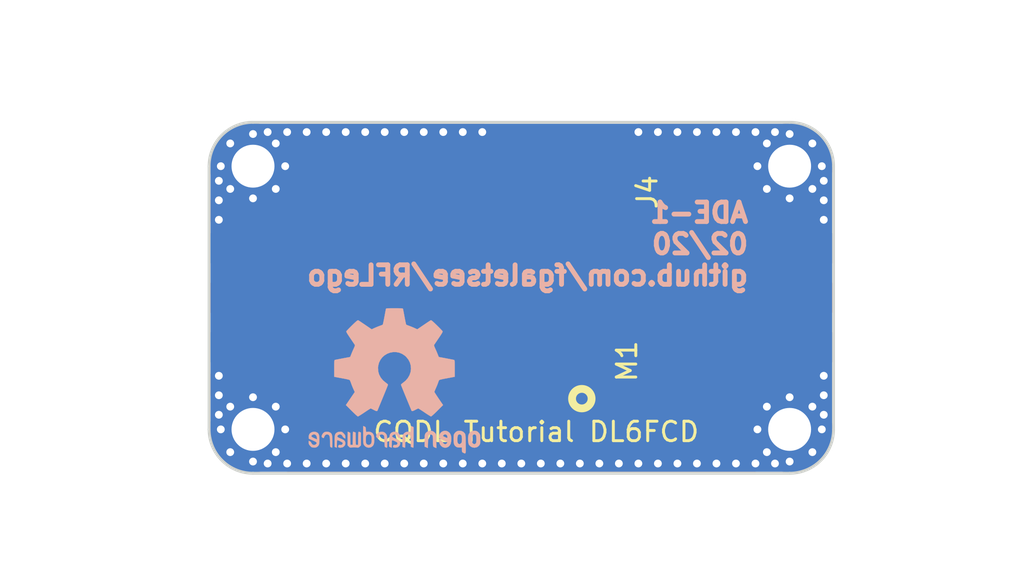
<source format=kicad_pcb>
(kicad_pcb (version 20171130) (host pcbnew "(5.1.5)-3")

  (general
    (thickness 1.6)
    (drawings 37)
    (tracks 68)
    (zones 0)
    (modules 9)
    (nets 5)
  )

  (page A4)
  (layers
    (0 F.Cu signal)
    (31 B.Cu signal)
    (32 B.Adhes user)
    (33 F.Adhes user)
    (34 B.Paste user)
    (35 F.Paste user)
    (36 B.SilkS user)
    (37 F.SilkS user)
    (38 B.Mask user)
    (39 F.Mask user)
    (40 Dwgs.User user)
    (41 Cmts.User user)
    (42 Eco1.User user)
    (43 Eco2.User user)
    (44 Edge.Cuts user)
    (45 Margin user)
    (46 B.CrtYd user)
    (47 F.CrtYd user)
    (48 B.Fab user)
    (49 F.Fab user hide)
  )

  (setup
    (last_trace_width 0.22)
    (trace_clearance 0.2)
    (zone_clearance 0)
    (zone_45_only no)
    (trace_min 0.2)
    (via_size 0.7)
    (via_drill 0.4)
    (via_min_size 0.6)
    (via_min_drill 0.3)
    (uvia_size 0.3)
    (uvia_drill 0.1)
    (uvias_allowed no)
    (uvia_min_size 0.2)
    (uvia_min_drill 0.1)
    (edge_width 0.15)
    (segment_width 0.15)
    (pcb_text_width 0.3)
    (pcb_text_size 1.5 1.5)
    (mod_edge_width 0.15)
    (mod_text_size 1 1)
    (mod_text_width 0.15)
    (pad_size 4.064 1.524)
    (pad_drill 0)
    (pad_to_mask_clearance 0.051)
    (solder_mask_min_width 0.25)
    (aux_axis_origin 100 100)
    (grid_origin 100 100)
    (visible_elements 7FFFFFFF)
    (pcbplotparams
      (layerselection 0x010fc_ffffffff)
      (usegerberextensions false)
      (usegerberattributes false)
      (usegerberadvancedattributes false)
      (creategerberjobfile false)
      (excludeedgelayer true)
      (linewidth 0.100000)
      (plotframeref false)
      (viasonmask false)
      (mode 1)
      (useauxorigin true)
      (hpglpennumber 1)
      (hpglpenspeed 20)
      (hpglpendiameter 15.000000)
      (psnegative false)
      (psa4output false)
      (plotreference true)
      (plotvalue true)
      (plotinvisibletext false)
      (padsonsilk false)
      (subtractmaskfromsilk false)
      (outputformat 1)
      (mirror false)
      (drillshape 0)
      (scaleselection 1)
      (outputdirectory ""))
  )

  (net 0 "")
  (net 1 GND)
  (net 2 "Net-(J1-Pad1)")
  (net 3 "Net-(J2-Pad1)")
  (net 4 "Net-(J4-Pad1)")

  (net_class Default "This is the default net class."
    (clearance 0.2)
    (trace_width 0.22)
    (via_dia 0.7)
    (via_drill 0.4)
    (uvia_dia 0.3)
    (uvia_drill 0.1)
    (diff_pair_width 0.2)
    (diff_pair_gap 0.2)
    (add_net GND)
  )

  (net_class "50 Ohm thin" ""
    (clearance 0.19)
    (trace_width 1)
    (via_dia 0.7)
    (via_drill 0.4)
    (uvia_dia 0.3)
    (uvia_drill 0.1)
    (diff_pair_width 0.2)
    (diff_pair_gap 0.2)
  )

  (net_class 50Ohm ""
    (clearance 0.32)
    (trace_width 1.5)
    (via_dia 0.7)
    (via_drill 0.4)
    (uvia_dia 0.3)
    (uvia_drill 0.1)
    (diff_pair_width 0.2)
    (diff_pair_gap 0.2)
    (add_net "Net-(J1-Pad1)")
    (add_net "Net-(J2-Pad1)")
    (add_net "Net-(J4-Pad1)")
  )

  (module MountingHole:MountingHole_2.2mm_M2_Pad_Via (layer F.Cu) (tedit 5C589B5C) (tstamp 5C654A6F)
    (at 102.25 102.25)
    (descr "Mounting Hole 2.2mm, M2")
    (tags "mounting hole 2.2mm m2")
    (path /5C581276)
    (attr virtual)
    (fp_text reference H1 (at 0 -3.2) (layer F.SilkS) hide
      (effects (font (size 1 1) (thickness 0.15)))
    )
    (fp_text value MountingHole_Pad (at 0 3.2) (layer F.Fab)
      (effects (font (size 1 1) (thickness 0.15)))
    )
    (fp_text user %R (at 0.3 0) (layer F.Fab)
      (effects (font (size 1 1) (thickness 0.15)))
    )
    (fp_circle (center 0 0) (end 2.2 0) (layer Cmts.User) (width 0.15))
    (fp_circle (center 0 0) (end 2.45 0) (layer F.CrtYd) (width 0.05))
    (pad 1 thru_hole circle (at 0 0) (size 4.4 4.4) (drill 2.2) (layers *.Cu *.Mask)
      (net 1 GND))
    (pad 1 thru_hole circle (at 1.65 0) (size 0.7 0.7) (drill 0.4) (layers *.Cu *.Mask)
      (net 1 GND))
    (pad 1 thru_hole circle (at 1.166726 1.166726) (size 0.7 0.7) (drill 0.4) (layers *.Cu *.Mask)
      (net 1 GND))
    (pad 1 thru_hole circle (at 0 1.65) (size 0.7 0.7) (drill 0.4) (layers *.Cu *.Mask)
      (net 1 GND))
    (pad 1 thru_hole circle (at -1.166726 1.166726) (size 0.7 0.7) (drill 0.4) (layers *.Cu *.Mask)
      (net 1 GND))
    (pad 1 thru_hole circle (at -1.65 0) (size 0.7 0.7) (drill 0.4) (layers *.Cu *.Mask)
      (net 1 GND))
    (pad 1 thru_hole circle (at -1.166726 -1.166726) (size 0.7 0.7) (drill 0.4) (layers *.Cu *.Mask)
      (net 1 GND))
    (pad 1 thru_hole circle (at 0 -1.65) (size 0.7 0.7) (drill 0.4) (layers *.Cu *.Mask)
      (net 1 GND))
    (pad 1 thru_hole circle (at 1.166726 -1.166726) (size 0.7 0.7) (drill 0.4) (layers *.Cu *.Mask)
      (net 1 GND))
  )

  (module MountingHole:MountingHole_2.2mm_M2_Pad_Via (layer F.Cu) (tedit 5C589B60) (tstamp 5C654BAF)
    (at 102.25 115.75)
    (descr "Mounting Hole 2.2mm, M2")
    (tags "mounting hole 2.2mm m2")
    (path /5C58129C)
    (attr virtual)
    (fp_text reference H2 (at 0 -3.2) (layer F.SilkS) hide
      (effects (font (size 1 1) (thickness 0.15)))
    )
    (fp_text value MountingHole_Pad (at 0 3.2) (layer F.Fab)
      (effects (font (size 1 1) (thickness 0.15)))
    )
    (fp_circle (center 0 0) (end 2.45 0) (layer F.CrtYd) (width 0.05))
    (fp_circle (center 0 0) (end 2.2 0) (layer Cmts.User) (width 0.15))
    (fp_text user %R (at 0.3 0) (layer F.Fab)
      (effects (font (size 1 1) (thickness 0.15)))
    )
    (pad 1 thru_hole circle (at 1.166726 -1.166726) (size 0.7 0.7) (drill 0.4) (layers *.Cu *.Mask)
      (net 1 GND))
    (pad 1 thru_hole circle (at 0 -1.65) (size 0.7 0.7) (drill 0.4) (layers *.Cu *.Mask)
      (net 1 GND))
    (pad 1 thru_hole circle (at -1.166726 -1.166726) (size 0.7 0.7) (drill 0.4) (layers *.Cu *.Mask)
      (net 1 GND))
    (pad 1 thru_hole circle (at -1.65 0) (size 0.7 0.7) (drill 0.4) (layers *.Cu *.Mask)
      (net 1 GND))
    (pad 1 thru_hole circle (at -1.166726 1.166726) (size 0.7 0.7) (drill 0.4) (layers *.Cu *.Mask)
      (net 1 GND))
    (pad 1 thru_hole circle (at 0 1.65) (size 0.7 0.7) (drill 0.4) (layers *.Cu *.Mask)
      (net 1 GND))
    (pad 1 thru_hole circle (at 1.166726 1.166726) (size 0.7 0.7) (drill 0.4) (layers *.Cu *.Mask)
      (net 1 GND))
    (pad 1 thru_hole circle (at 1.65 0) (size 0.7 0.7) (drill 0.4) (layers *.Cu *.Mask)
      (net 1 GND))
    (pad 1 thru_hole circle (at 0 0) (size 4.4 4.4) (drill 2.2) (layers *.Cu *.Mask)
      (net 1 GND))
  )

  (module MountingHole:MountingHole_2.2mm_M2_Pad_Via (layer F.Cu) (tedit 5C589B6A) (tstamp 5C654A8F)
    (at 129.75 102.25)
    (descr "Mounting Hole 2.2mm, M2")
    (tags "mounting hole 2.2mm m2")
    (path /5C589BDE)
    (attr virtual)
    (fp_text reference H3 (at 0 -3.2) (layer F.SilkS) hide
      (effects (font (size 1 1) (thickness 0.15)))
    )
    (fp_text value MountingHole_Pad (at 0 3.2) (layer F.Fab)
      (effects (font (size 1 1) (thickness 0.15)))
    )
    (fp_text user %R (at 0.3 0) (layer F.Fab)
      (effects (font (size 1 1) (thickness 0.15)))
    )
    (fp_circle (center 0 0) (end 2.2 0) (layer Cmts.User) (width 0.15))
    (fp_circle (center 0 0) (end 2.45 0) (layer F.CrtYd) (width 0.05))
    (pad 1 thru_hole circle (at 0 0) (size 4.4 4.4) (drill 2.2) (layers *.Cu *.Mask)
      (net 1 GND))
    (pad 1 thru_hole circle (at 1.65 0) (size 0.7 0.7) (drill 0.4) (layers *.Cu *.Mask)
      (net 1 GND))
    (pad 1 thru_hole circle (at 1.166726 1.166726) (size 0.7 0.7) (drill 0.4) (layers *.Cu *.Mask)
      (net 1 GND))
    (pad 1 thru_hole circle (at 0 1.65) (size 0.7 0.7) (drill 0.4) (layers *.Cu *.Mask)
      (net 1 GND))
    (pad 1 thru_hole circle (at -1.166726 1.166726) (size 0.7 0.7) (drill 0.4) (layers *.Cu *.Mask)
      (net 1 GND))
    (pad 1 thru_hole circle (at -1.65 0) (size 0.7 0.7) (drill 0.4) (layers *.Cu *.Mask)
      (net 1 GND))
    (pad 1 thru_hole circle (at -1.166726 -1.166726) (size 0.7 0.7) (drill 0.4) (layers *.Cu *.Mask)
      (net 1 GND))
    (pad 1 thru_hole circle (at 0 -1.65) (size 0.7 0.7) (drill 0.4) (layers *.Cu *.Mask)
      (net 1 GND))
    (pad 1 thru_hole circle (at 1.166726 -1.166726) (size 0.7 0.7) (drill 0.4) (layers *.Cu *.Mask)
      (net 1 GND))
  )

  (module MountingHole:MountingHole_2.2mm_M2_Pad_Via (layer F.Cu) (tedit 5C589B67) (tstamp 5C654A9F)
    (at 129.75 115.75)
    (descr "Mounting Hole 2.2mm, M2")
    (tags "mounting hole 2.2mm m2")
    (path /5C589CB1)
    (attr virtual)
    (fp_text reference H4 (at 0 -3.2) (layer F.SilkS) hide
      (effects (font (size 1 1) (thickness 0.15)))
    )
    (fp_text value MountingHole_Pad (at 0 3.2) (layer F.Fab)
      (effects (font (size 1 1) (thickness 0.15)))
    )
    (fp_circle (center 0 0) (end 2.45 0) (layer F.CrtYd) (width 0.05))
    (fp_circle (center 0 0) (end 2.2 0) (layer Cmts.User) (width 0.15))
    (fp_text user %R (at 0.3 0) (layer F.Fab)
      (effects (font (size 1 1) (thickness 0.15)))
    )
    (pad 1 thru_hole circle (at 1.166726 -1.166726) (size 0.7 0.7) (drill 0.4) (layers *.Cu *.Mask)
      (net 1 GND))
    (pad 1 thru_hole circle (at 0 -1.65) (size 0.7 0.7) (drill 0.4) (layers *.Cu *.Mask)
      (net 1 GND))
    (pad 1 thru_hole circle (at -1.166726 -1.166726) (size 0.7 0.7) (drill 0.4) (layers *.Cu *.Mask)
      (net 1 GND))
    (pad 1 thru_hole circle (at -1.65 0) (size 0.7 0.7) (drill 0.4) (layers *.Cu *.Mask)
      (net 1 GND))
    (pad 1 thru_hole circle (at -1.166726 1.166726) (size 0.7 0.7) (drill 0.4) (layers *.Cu *.Mask)
      (net 1 GND))
    (pad 1 thru_hole circle (at 0 1.65) (size 0.7 0.7) (drill 0.4) (layers *.Cu *.Mask)
      (net 1 GND))
    (pad 1 thru_hole circle (at 1.166726 1.166726) (size 0.7 0.7) (drill 0.4) (layers *.Cu *.Mask)
      (net 1 GND))
    (pad 1 thru_hole circle (at 1.65 0) (size 0.7 0.7) (drill 0.4) (layers *.Cu *.Mask)
      (net 1 GND))
    (pad 1 thru_hole circle (at 0 0) (size 4.4 4.4) (drill 2.2) (layers *.Cu *.Mask)
      (net 1 GND))
  )

  (module RFLego_Footprint:SMA_Edge (layer F.Cu) (tedit 5C589B63) (tstamp 5C654AA8)
    (at 100 109)
    (path /5C58165C)
    (fp_text reference J1 (at 2.1336 4.6482) (layer F.SilkS) hide
      (effects (font (size 1 1) (thickness 0.15)))
    )
    (fp_text value SMA (at 1.27 6.35) (layer F.Fab) hide
      (effects (font (size 1 1) (thickness 0.15)))
    )
    (pad 1 smd rect (at 2.032 0) (size 4.064 1.524) (layers F.Cu F.Mask)
      (net 2 "Net-(J1-Pad1)"))
    (pad 2 smd rect (at 2.032 -2.54) (size 4.064 1.524) (layers F.Cu F.Mask)
      (net 1 GND))
    (pad 2 smd rect (at 2.032 2.54) (size 4.064 1.524) (layers B.Cu B.Mask)
      (net 1 GND))
    (pad 2 smd rect (at 2.032 -2.54) (size 4.064 1.524) (layers B.Cu B.Mask)
      (net 1 GND))
    (pad 2 smd rect (at 2.032 2.54) (size 4.064 1.524) (layers F.Cu F.Mask)
      (net 1 GND))
  )

  (module RFLego_Footprint:SMA_Edge (layer F.Cu) (tedit 5C58AA95) (tstamp 5C654AB1)
    (at 127.968 109)
    (path /5C581B40)
    (fp_text reference J2 (at 2.1336 4.6482) (layer F.SilkS) hide
      (effects (font (size 1 1) (thickness 0.15)))
    )
    (fp_text value SMA (at 1.27 6.35) (layer F.Fab) hide
      (effects (font (size 1 1) (thickness 0.15)))
    )
    (pad 2 smd rect (at 2.032 2.54) (size 4.064 1.524) (layers F.Cu F.Mask)
      (net 1 GND))
    (pad 2 smd rect (at 2.032 -2.54) (size 4.064 1.524) (layers B.Cu B.Mask)
      (net 1 GND))
    (pad 2 smd rect (at 2.032 2.54) (size 4.064 1.524) (layers B.Cu B.Mask)
      (net 1 GND))
    (pad 2 smd rect (at 2.032 -2.54) (size 4.064 1.524) (layers F.Cu F.Mask)
      (net 1 GND))
    (pad 1 smd rect (at 2.032 0) (size 4.064 1.524) (layers F.Cu F.Mask)
      (net 3 "Net-(J2-Pad1)"))
  )

  (module Symbol:OSHW-Logo2_9.8x8mm_SilkScreen (layer B.Cu) (tedit 0) (tstamp 5E4F47C4)
    (at 109.5 113.25 180)
    (descr "Open Source Hardware Symbol")
    (tags "Logo Symbol OSHW")
    (attr virtual)
    (fp_text reference REF** (at 0 0 180) (layer B.SilkS) hide
      (effects (font (size 1 1) (thickness 0.15)) (justify mirror))
    )
    (fp_text value OSHW-Logo2_9.8x8mm_SilkScreen (at 0.75 0 180) (layer B.Fab) hide
      (effects (font (size 1 1) (thickness 0.15)) (justify mirror))
    )
    (fp_poly (pts (xy 0.139878 3.712224) (xy 0.245612 3.711645) (xy 0.322132 3.710078) (xy 0.374372 3.707028)
      (xy 0.407263 3.702004) (xy 0.425737 3.694511) (xy 0.434727 3.684056) (xy 0.439163 3.670147)
      (xy 0.439594 3.668346) (xy 0.446333 3.635855) (xy 0.458808 3.571748) (xy 0.475719 3.482849)
      (xy 0.495771 3.375981) (xy 0.517664 3.257967) (xy 0.518429 3.253822) (xy 0.540359 3.138169)
      (xy 0.560877 3.035986) (xy 0.578659 2.953402) (xy 0.592381 2.896544) (xy 0.600718 2.871542)
      (xy 0.601116 2.871099) (xy 0.625677 2.85889) (xy 0.676315 2.838544) (xy 0.742095 2.814455)
      (xy 0.742461 2.814326) (xy 0.825317 2.783182) (xy 0.923 2.743509) (xy 1.015077 2.703619)
      (xy 1.019434 2.701647) (xy 1.169407 2.63358) (xy 1.501498 2.860361) (xy 1.603374 2.929496)
      (xy 1.695657 2.991303) (xy 1.773003 3.042267) (xy 1.830064 3.078873) (xy 1.861495 3.097606)
      (xy 1.864479 3.098996) (xy 1.887321 3.09281) (xy 1.929982 3.062965) (xy 1.994128 3.008053)
      (xy 2.081421 2.926666) (xy 2.170535 2.840078) (xy 2.256441 2.754753) (xy 2.333327 2.676892)
      (xy 2.396564 2.611303) (xy 2.441523 2.562795) (xy 2.463576 2.536175) (xy 2.464396 2.534805)
      (xy 2.466834 2.516537) (xy 2.45765 2.486705) (xy 2.434574 2.441279) (xy 2.395337 2.37623)
      (xy 2.33767 2.28753) (xy 2.260795 2.173343) (xy 2.19257 2.072838) (xy 2.131582 1.982697)
      (xy 2.081356 1.908151) (xy 2.045416 1.854435) (xy 2.027287 1.826782) (xy 2.026146 1.824905)
      (xy 2.028359 1.79841) (xy 2.045138 1.746914) (xy 2.073142 1.680149) (xy 2.083122 1.658828)
      (xy 2.126672 1.563841) (xy 2.173134 1.456063) (xy 2.210877 1.362808) (xy 2.238073 1.293594)
      (xy 2.259675 1.240994) (xy 2.272158 1.213503) (xy 2.273709 1.211384) (xy 2.296668 1.207876)
      (xy 2.350786 1.198262) (xy 2.428868 1.183911) (xy 2.523719 1.166193) (xy 2.628143 1.146475)
      (xy 2.734944 1.126126) (xy 2.836926 1.106514) (xy 2.926894 1.089009) (xy 2.997653 1.074978)
      (xy 3.042006 1.065791) (xy 3.052885 1.063193) (xy 3.064122 1.056782) (xy 3.072605 1.042303)
      (xy 3.078714 1.014867) (xy 3.082832 0.969589) (xy 3.085341 0.90158) (xy 3.086621 0.805953)
      (xy 3.087054 0.67782) (xy 3.087077 0.625299) (xy 3.087077 0.198155) (xy 2.9845 0.177909)
      (xy 2.927431 0.16693) (xy 2.842269 0.150905) (xy 2.739372 0.131767) (xy 2.629096 0.111449)
      (xy 2.598615 0.105868) (xy 2.496855 0.086083) (xy 2.408205 0.066627) (xy 2.340108 0.049303)
      (xy 2.300004 0.035912) (xy 2.293323 0.031921) (xy 2.276919 0.003658) (xy 2.253399 -0.051109)
      (xy 2.227316 -0.121588) (xy 2.222142 -0.136769) (xy 2.187956 -0.230896) (xy 2.145523 -0.337101)
      (xy 2.103997 -0.432473) (xy 2.103792 -0.432916) (xy 2.03464 -0.582525) (xy 2.489512 -1.251617)
      (xy 2.1975 -1.544116) (xy 2.10918 -1.63117) (xy 2.028625 -1.707909) (xy 1.96036 -1.770237)
      (xy 1.908908 -1.814056) (xy 1.878794 -1.83527) (xy 1.874474 -1.836616) (xy 1.849111 -1.826016)
      (xy 1.797358 -1.796547) (xy 1.724868 -1.751705) (xy 1.637294 -1.694984) (xy 1.542612 -1.631462)
      (xy 1.446516 -1.566668) (xy 1.360837 -1.510287) (xy 1.291016 -1.465788) (xy 1.242494 -1.436639)
      (xy 1.220782 -1.426308) (xy 1.194293 -1.43505) (xy 1.144062 -1.458087) (xy 1.080451 -1.490631)
      (xy 1.073708 -1.494249) (xy 0.988046 -1.53721) (xy 0.929306 -1.558279) (xy 0.892772 -1.558503)
      (xy 0.873731 -1.538928) (xy 0.87362 -1.538654) (xy 0.864102 -1.515472) (xy 0.841403 -1.460441)
      (xy 0.807282 -1.377822) (xy 0.7635 -1.271872) (xy 0.711816 -1.146852) (xy 0.653992 -1.00702)
      (xy 0.597991 -0.871637) (xy 0.536447 -0.722234) (xy 0.479939 -0.583832) (xy 0.430161 -0.460673)
      (xy 0.388806 -0.357002) (xy 0.357568 -0.277059) (xy 0.338141 -0.225088) (xy 0.332154 -0.205692)
      (xy 0.347168 -0.183443) (xy 0.386439 -0.147982) (xy 0.438807 -0.108887) (xy 0.587941 0.014755)
      (xy 0.704511 0.156478) (xy 0.787118 0.313296) (xy 0.834366 0.482225) (xy 0.844857 0.660278)
      (xy 0.837231 0.742461) (xy 0.795682 0.912969) (xy 0.724123 1.063541) (xy 0.626995 1.192691)
      (xy 0.508734 1.298936) (xy 0.37378 1.38079) (xy 0.226571 1.436768) (xy 0.071544 1.465385)
      (xy -0.086861 1.465156) (xy -0.244206 1.434595) (xy -0.396054 1.372218) (xy -0.537965 1.27654)
      (xy -0.597197 1.222428) (xy -0.710797 1.08348) (xy -0.789894 0.931639) (xy -0.835014 0.771333)
      (xy -0.846684 0.606988) (xy -0.825431 0.443029) (xy -0.77178 0.283882) (xy -0.68626 0.133975)
      (xy -0.569395 -0.002267) (xy -0.438807 -0.108887) (xy -0.384412 -0.149642) (xy -0.345986 -0.184718)
      (xy -0.332154 -0.205726) (xy -0.339397 -0.228635) (xy -0.359995 -0.283365) (xy -0.392254 -0.365672)
      (xy -0.434479 -0.471315) (xy -0.484977 -0.59605) (xy -0.542052 -0.735636) (xy -0.598146 -0.87167)
      (xy -0.660033 -1.021201) (xy -0.717356 -1.159767) (xy -0.768356 -1.283107) (xy -0.811273 -1.386964)
      (xy -0.844347 -1.46708) (xy -0.865819 -1.519195) (xy -0.873775 -1.538654) (xy -0.892571 -1.558423)
      (xy -0.928926 -1.558365) (xy -0.987521 -1.537441) (xy -1.073032 -1.494613) (xy -1.073708 -1.494249)
      (xy -1.138093 -1.461012) (xy -1.190139 -1.436802) (xy -1.219488 -1.426404) (xy -1.220783 -1.426308)
      (xy -1.242876 -1.436855) (xy -1.291652 -1.466184) (xy -1.361669 -1.510827) (xy -1.447486 -1.567314)
      (xy -1.542612 -1.631462) (xy -1.63946 -1.696411) (xy -1.726747 -1.752896) (xy -1.798819 -1.797421)
      (xy -1.850023 -1.82649) (xy -1.874474 -1.836616) (xy -1.89699 -1.823307) (xy -1.942258 -1.786112)
      (xy -2.005756 -1.729128) (xy -2.082961 -1.656449) (xy -2.169349 -1.572171) (xy -2.197601 -1.544016)
      (xy -2.489713 -1.251416) (xy -2.267369 -0.925104) (xy -2.199798 -0.824897) (xy -2.140493 -0.734963)
      (xy -2.092783 -0.66051) (xy -2.059993 -0.606751) (xy -2.045452 -0.578894) (xy -2.045026 -0.576912)
      (xy -2.052692 -0.550655) (xy -2.073311 -0.497837) (xy -2.103315 -0.42731) (xy -2.124375 -0.380093)
      (xy -2.163752 -0.289694) (xy -2.200835 -0.198366) (xy -2.229585 -0.1212) (xy -2.237395 -0.097692)
      (xy -2.259583 -0.034916) (xy -2.281273 0.013589) (xy -2.293187 0.031921) (xy -2.319477 0.043141)
      (xy -2.376858 0.059046) (xy -2.457882 0.077833) (xy -2.555105 0.097701) (xy -2.598615 0.105868)
      (xy -2.709104 0.126171) (xy -2.815084 0.14583) (xy -2.906199 0.162912) (xy -2.972092 0.175482)
      (xy -2.9845 0.177909) (xy -3.087077 0.198155) (xy -3.087077 0.625299) (xy -3.086847 0.765754)
      (xy -3.085901 0.872021) (xy -3.083859 0.948987) (xy -3.080338 1.00154) (xy -3.074957 1.034567)
      (xy -3.067334 1.052955) (xy -3.057088 1.061592) (xy -3.052885 1.063193) (xy -3.02753 1.068873)
      (xy -2.971516 1.080205) (xy -2.892036 1.095821) (xy -2.796288 1.114353) (xy -2.691467 1.134431)
      (xy -2.584768 1.154688) (xy -2.483387 1.173754) (xy -2.394521 1.190261) (xy -2.325363 1.202841)
      (xy -2.283111 1.210125) (xy -2.27371 1.211384) (xy -2.265193 1.228237) (xy -2.24634 1.27313)
      (xy -2.220676 1.33757) (xy -2.210877 1.362808) (xy -2.171352 1.460314) (xy -2.124808 1.568041)
      (xy -2.083123 1.658828) (xy -2.05245 1.728247) (xy -2.032044 1.78529) (xy -2.025232 1.820223)
      (xy -2.026318 1.824905) (xy -2.040715 1.847009) (xy -2.073588 1.896169) (xy -2.12141 1.967152)
      (xy -2.180652 2.054722) (xy -2.247785 2.153643) (xy -2.261059 2.17317) (xy -2.338954 2.28886)
      (xy -2.396213 2.376956) (xy -2.435119 2.441514) (xy -2.457956 2.486589) (xy -2.467006 2.516237)
      (xy -2.464552 2.534515) (xy -2.464489 2.534631) (xy -2.445173 2.558639) (xy -2.402449 2.605053)
      (xy -2.340949 2.669063) (xy -2.265302 2.745855) (xy -2.180139 2.830618) (xy -2.170535 2.840078)
      (xy -2.06321 2.944011) (xy -1.980385 3.020325) (xy -1.920395 3.070429) (xy -1.881577 3.09573)
      (xy -1.86448 3.098996) (xy -1.839527 3.08475) (xy -1.787745 3.051844) (xy -1.71448 3.003792)
      (xy -1.62508 2.94411) (xy -1.524889 2.876312) (xy -1.501499 2.860361) (xy -1.169407 2.63358)
      (xy -1.019435 2.701647) (xy -0.92823 2.741315) (xy -0.830331 2.781209) (xy -0.746169 2.813017)
      (xy -0.742462 2.814326) (xy -0.676631 2.838424) (xy -0.625884 2.8588) (xy -0.601158 2.871064)
      (xy -0.601116 2.871099) (xy -0.593271 2.893266) (xy -0.579934 2.947783) (xy -0.56243 3.02852)
      (xy -0.542083 3.12935) (xy -0.520218 3.244144) (xy -0.518429 3.253822) (xy -0.496496 3.372096)
      (xy -0.47636 3.479458) (xy -0.45932 3.569083) (xy -0.446672 3.634149) (xy -0.439716 3.667832)
      (xy -0.439594 3.668346) (xy -0.435361 3.682675) (xy -0.427129 3.693493) (xy -0.409967 3.701294)
      (xy -0.378942 3.706571) (xy -0.329122 3.709818) (xy -0.255576 3.711528) (xy -0.153371 3.712193)
      (xy -0.017575 3.712307) (xy 0 3.712308) (xy 0.139878 3.712224)) (layer B.SilkS) (width 0.01))
    (fp_poly (pts (xy 4.245224 -2.647838) (xy 4.322528 -2.698361) (xy 4.359814 -2.74359) (xy 4.389353 -2.825663)
      (xy 4.391699 -2.890607) (xy 4.386385 -2.977445) (xy 4.186115 -3.065103) (xy 4.088739 -3.109887)
      (xy 4.025113 -3.145913) (xy 3.992029 -3.177117) (xy 3.98628 -3.207436) (xy 4.004658 -3.240805)
      (xy 4.024923 -3.262923) (xy 4.083889 -3.298393) (xy 4.148024 -3.300879) (xy 4.206926 -3.273235)
      (xy 4.250197 -3.21832) (xy 4.257936 -3.198928) (xy 4.295006 -3.138364) (xy 4.337654 -3.112552)
      (xy 4.396154 -3.090471) (xy 4.396154 -3.174184) (xy 4.390982 -3.23115) (xy 4.370723 -3.279189)
      (xy 4.328262 -3.334346) (xy 4.321951 -3.341514) (xy 4.27472 -3.390585) (xy 4.234121 -3.41692)
      (xy 4.183328 -3.429035) (xy 4.14122 -3.433003) (xy 4.065902 -3.433991) (xy 4.012286 -3.421466)
      (xy 3.978838 -3.402869) (xy 3.926268 -3.361975) (xy 3.889879 -3.317748) (xy 3.86685 -3.262126)
      (xy 3.854359 -3.187047) (xy 3.849587 -3.084449) (xy 3.849206 -3.032376) (xy 3.850501 -2.969948)
      (xy 3.968471 -2.969948) (xy 3.969839 -3.003438) (xy 3.973249 -3.008923) (xy 3.995753 -3.001472)
      (xy 4.044182 -2.981753) (xy 4.108908 -2.953718) (xy 4.122443 -2.947692) (xy 4.204244 -2.906096)
      (xy 4.249312 -2.869538) (xy 4.259217 -2.835296) (xy 4.235526 -2.800648) (xy 4.21596 -2.785339)
      (xy 4.14536 -2.754721) (xy 4.07928 -2.75978) (xy 4.023959 -2.797151) (xy 3.985636 -2.863473)
      (xy 3.973349 -2.916116) (xy 3.968471 -2.969948) (xy 3.850501 -2.969948) (xy 3.85173 -2.91072)
      (xy 3.861032 -2.82071) (xy 3.87946 -2.755167) (xy 3.90936 -2.706912) (xy 3.95308 -2.668767)
      (xy 3.972141 -2.65644) (xy 4.058726 -2.624336) (xy 4.153522 -2.622316) (xy 4.245224 -2.647838)) (layer B.SilkS) (width 0.01))
    (fp_poly (pts (xy 3.570807 -2.636782) (xy 3.594161 -2.646988) (xy 3.649902 -2.691134) (xy 3.697569 -2.754967)
      (xy 3.727048 -2.823087) (xy 3.731846 -2.85667) (xy 3.71576 -2.903556) (xy 3.680475 -2.928365)
      (xy 3.642644 -2.943387) (xy 3.625321 -2.946155) (xy 3.616886 -2.926066) (xy 3.60023 -2.882351)
      (xy 3.592923 -2.862598) (xy 3.551948 -2.794271) (xy 3.492622 -2.760191) (xy 3.416552 -2.761239)
      (xy 3.410918 -2.762581) (xy 3.370305 -2.781836) (xy 3.340448 -2.819375) (xy 3.320055 -2.879809)
      (xy 3.307836 -2.967751) (xy 3.3025 -3.087813) (xy 3.302 -3.151698) (xy 3.301752 -3.252403)
      (xy 3.300126 -3.321054) (xy 3.295801 -3.364673) (xy 3.287454 -3.390282) (xy 3.273765 -3.404903)
      (xy 3.253411 -3.415558) (xy 3.252234 -3.416095) (xy 3.213038 -3.432667) (xy 3.193619 -3.438769)
      (xy 3.190635 -3.420319) (xy 3.188081 -3.369323) (xy 3.18614 -3.292308) (xy 3.184997 -3.195805)
      (xy 3.184769 -3.125184) (xy 3.185932 -2.988525) (xy 3.190479 -2.884851) (xy 3.199999 -2.808108)
      (xy 3.216081 -2.752246) (xy 3.240313 -2.711212) (xy 3.274286 -2.678954) (xy 3.307833 -2.65644)
      (xy 3.388499 -2.626476) (xy 3.482381 -2.619718) (xy 3.570807 -2.636782)) (layer B.SilkS) (width 0.01))
    (fp_poly (pts (xy 2.887333 -2.633528) (xy 2.94359 -2.659117) (xy 2.987747 -2.690124) (xy 3.020101 -2.724795)
      (xy 3.042438 -2.76952) (xy 3.056546 -2.830692) (xy 3.064211 -2.914701) (xy 3.06722 -3.02794)
      (xy 3.067538 -3.102509) (xy 3.067538 -3.39342) (xy 3.017773 -3.416095) (xy 2.978576 -3.432667)
      (xy 2.959157 -3.438769) (xy 2.955442 -3.42061) (xy 2.952495 -3.371648) (xy 2.950691 -3.300153)
      (xy 2.950308 -3.243385) (xy 2.948661 -3.161371) (xy 2.944222 -3.096309) (xy 2.93774 -3.056467)
      (xy 2.93259 -3.048) (xy 2.897977 -3.056646) (xy 2.84364 -3.078823) (xy 2.780722 -3.108886)
      (xy 2.720368 -3.141192) (xy 2.673721 -3.170098) (xy 2.651926 -3.189961) (xy 2.651839 -3.190175)
      (xy 2.653714 -3.226935) (xy 2.670525 -3.262026) (xy 2.700039 -3.290528) (xy 2.743116 -3.300061)
      (xy 2.779932 -3.29895) (xy 2.832074 -3.298133) (xy 2.859444 -3.310349) (xy 2.875882 -3.342624)
      (xy 2.877955 -3.34871) (xy 2.885081 -3.394739) (xy 2.866024 -3.422687) (xy 2.816353 -3.436007)
      (xy 2.762697 -3.43847) (xy 2.666142 -3.42021) (xy 2.616159 -3.394131) (xy 2.554429 -3.332868)
      (xy 2.52169 -3.25767) (xy 2.518753 -3.178211) (xy 2.546424 -3.104167) (xy 2.588047 -3.057769)
      (xy 2.629604 -3.031793) (xy 2.694922 -2.998907) (xy 2.771038 -2.965557) (xy 2.783726 -2.960461)
      (xy 2.867333 -2.923565) (xy 2.91553 -2.891046) (xy 2.93103 -2.858718) (xy 2.91655 -2.822394)
      (xy 2.891692 -2.794) (xy 2.832939 -2.759039) (xy 2.768293 -2.756417) (xy 2.709008 -2.783358)
      (xy 2.666339 -2.837088) (xy 2.660739 -2.85095) (xy 2.628133 -2.901936) (xy 2.58053 -2.939787)
      (xy 2.520461 -2.97085) (xy 2.520461 -2.882768) (xy 2.523997 -2.828951) (xy 2.539156 -2.786534)
      (xy 2.572768 -2.741279) (xy 2.605035 -2.70642) (xy 2.655209 -2.657062) (xy 2.694193 -2.630547)
      (xy 2.736064 -2.619911) (xy 2.78346 -2.618154) (xy 2.887333 -2.633528)) (layer B.SilkS) (width 0.01))
    (fp_poly (pts (xy 2.395929 -2.636662) (xy 2.398911 -2.688068) (xy 2.401247 -2.766192) (xy 2.402749 -2.864857)
      (xy 2.403231 -2.968343) (xy 2.403231 -3.318533) (xy 2.341401 -3.380363) (xy 2.298793 -3.418462)
      (xy 2.26139 -3.433895) (xy 2.21027 -3.432918) (xy 2.189978 -3.430433) (xy 2.126554 -3.4232)
      (xy 2.074095 -3.419055) (xy 2.061308 -3.418672) (xy 2.018199 -3.421176) (xy 1.956544 -3.427462)
      (xy 1.932638 -3.430433) (xy 1.873922 -3.435028) (xy 1.834464 -3.425046) (xy 1.795338 -3.394228)
      (xy 1.781215 -3.380363) (xy 1.719385 -3.318533) (xy 1.719385 -2.663503) (xy 1.76915 -2.640829)
      (xy 1.812002 -2.624034) (xy 1.837073 -2.618154) (xy 1.843501 -2.636736) (xy 1.849509 -2.688655)
      (xy 1.854697 -2.768172) (xy 1.858664 -2.869546) (xy 1.860577 -2.955192) (xy 1.865923 -3.292231)
      (xy 1.91256 -3.298825) (xy 1.954976 -3.294214) (xy 1.97576 -3.279287) (xy 1.98157 -3.251377)
      (xy 1.98653 -3.191925) (xy 1.990246 -3.108466) (xy 1.992324 -3.008532) (xy 1.992624 -2.957104)
      (xy 1.992923 -2.661054) (xy 2.054454 -2.639604) (xy 2.098004 -2.62502) (xy 2.121694 -2.618219)
      (xy 2.122377 -2.618154) (xy 2.124754 -2.636642) (xy 2.127366 -2.687906) (xy 2.129995 -2.765649)
      (xy 2.132421 -2.863574) (xy 2.134115 -2.955192) (xy 2.139461 -3.292231) (xy 2.256692 -3.292231)
      (xy 2.262072 -2.984746) (xy 2.267451 -2.677261) (xy 2.324601 -2.647707) (xy 2.366797 -2.627413)
      (xy 2.39177 -2.618204) (xy 2.392491 -2.618154) (xy 2.395929 -2.636662)) (layer B.SilkS) (width 0.01))
    (fp_poly (pts (xy 1.602081 -2.780289) (xy 1.601833 -2.92632) (xy 1.600872 -3.038655) (xy 1.598794 -3.122678)
      (xy 1.595193 -3.183769) (xy 1.589665 -3.227309) (xy 1.581804 -3.258679) (xy 1.571207 -3.283262)
      (xy 1.563182 -3.297294) (xy 1.496728 -3.373388) (xy 1.41247 -3.421084) (xy 1.319249 -3.438199)
      (xy 1.2259 -3.422546) (xy 1.170312 -3.394418) (xy 1.111957 -3.34576) (xy 1.072186 -3.286333)
      (xy 1.04819 -3.208507) (xy 1.037161 -3.104652) (xy 1.035599 -3.028462) (xy 1.035809 -3.022986)
      (xy 1.172308 -3.022986) (xy 1.173141 -3.110355) (xy 1.176961 -3.168192) (xy 1.185746 -3.206029)
      (xy 1.201474 -3.233398) (xy 1.220266 -3.254042) (xy 1.283375 -3.29389) (xy 1.351137 -3.297295)
      (xy 1.415179 -3.264025) (xy 1.420164 -3.259517) (xy 1.441439 -3.236067) (xy 1.454779 -3.208166)
      (xy 1.462001 -3.166641) (xy 1.464923 -3.102316) (xy 1.465385 -3.0312) (xy 1.464383 -2.941858)
      (xy 1.460238 -2.882258) (xy 1.451236 -2.843089) (xy 1.435667 -2.81504) (xy 1.422902 -2.800144)
      (xy 1.3636 -2.762575) (xy 1.295301 -2.758057) (xy 1.23011 -2.786753) (xy 1.217528 -2.797406)
      (xy 1.196111 -2.821063) (xy 1.182744 -2.849251) (xy 1.175566 -2.891245) (xy 1.172719 -2.956319)
      (xy 1.172308 -3.022986) (xy 1.035809 -3.022986) (xy 1.040322 -2.905765) (xy 1.056362 -2.813577)
      (xy 1.086528 -2.744269) (xy 1.133629 -2.690211) (xy 1.170312 -2.662505) (xy 1.23699 -2.632572)
      (xy 1.314272 -2.618678) (xy 1.38611 -2.622397) (xy 1.426308 -2.6374) (xy 1.442082 -2.64167)
      (xy 1.45255 -2.62575) (xy 1.459856 -2.583089) (xy 1.465385 -2.518106) (xy 1.471437 -2.445732)
      (xy 1.479844 -2.402187) (xy 1.495141 -2.377287) (xy 1.521864 -2.360845) (xy 1.538654 -2.353564)
      (xy 1.602154 -2.326963) (xy 1.602081 -2.780289)) (layer B.SilkS) (width 0.01))
    (fp_poly (pts (xy 0.713362 -2.62467) (xy 0.802117 -2.657421) (xy 0.874022 -2.71535) (xy 0.902144 -2.756128)
      (xy 0.932802 -2.830954) (xy 0.932165 -2.885058) (xy 0.899987 -2.921446) (xy 0.888081 -2.927633)
      (xy 0.836675 -2.946925) (xy 0.810422 -2.941982) (xy 0.80153 -2.909587) (xy 0.801077 -2.891692)
      (xy 0.784797 -2.825859) (xy 0.742365 -2.779807) (xy 0.683388 -2.757564) (xy 0.617475 -2.763161)
      (xy 0.563895 -2.792229) (xy 0.545798 -2.80881) (xy 0.532971 -2.828925) (xy 0.524306 -2.859332)
      (xy 0.518696 -2.906788) (xy 0.515035 -2.97805) (xy 0.512215 -3.079875) (xy 0.511484 -3.112115)
      (xy 0.50882 -3.22241) (xy 0.505792 -3.300036) (xy 0.50125 -3.351396) (xy 0.494046 -3.38289)
      (xy 0.483033 -3.40092) (xy 0.46706 -3.411888) (xy 0.456834 -3.416733) (xy 0.413406 -3.433301)
      (xy 0.387842 -3.438769) (xy 0.379395 -3.420507) (xy 0.374239 -3.365296) (xy 0.372346 -3.272499)
      (xy 0.373689 -3.141478) (xy 0.374107 -3.121269) (xy 0.377058 -3.001733) (xy 0.380548 -2.914449)
      (xy 0.385514 -2.852591) (xy 0.392893 -2.809336) (xy 0.403624 -2.77786) (xy 0.418645 -2.751339)
      (xy 0.426502 -2.739975) (xy 0.471553 -2.689692) (xy 0.52194 -2.650581) (xy 0.528108 -2.647167)
      (xy 0.618458 -2.620212) (xy 0.713362 -2.62467)) (layer B.SilkS) (width 0.01))
    (fp_poly (pts (xy 0.053501 -2.626303) (xy 0.13006 -2.654733) (xy 0.130936 -2.655279) (xy 0.178285 -2.690127)
      (xy 0.213241 -2.730852) (xy 0.237825 -2.783925) (xy 0.254062 -2.855814) (xy 0.263975 -2.952992)
      (xy 0.269586 -3.081928) (xy 0.270077 -3.100298) (xy 0.277141 -3.377287) (xy 0.217695 -3.408028)
      (xy 0.174681 -3.428802) (xy 0.14871 -3.438646) (xy 0.147509 -3.438769) (xy 0.143014 -3.420606)
      (xy 0.139444 -3.371612) (xy 0.137248 -3.300031) (xy 0.136769 -3.242068) (xy 0.136758 -3.14817)
      (xy 0.132466 -3.089203) (xy 0.117503 -3.061079) (xy 0.085482 -3.059706) (xy 0.030014 -3.080998)
      (xy -0.053731 -3.120136) (xy -0.115311 -3.152643) (xy -0.146983 -3.180845) (xy -0.156294 -3.211582)
      (xy -0.156308 -3.213104) (xy -0.140943 -3.266054) (xy -0.095453 -3.29466) (xy -0.025834 -3.298803)
      (xy 0.024313 -3.298084) (xy 0.050754 -3.312527) (xy 0.067243 -3.347218) (xy 0.076733 -3.391416)
      (xy 0.063057 -3.416493) (xy 0.057907 -3.420082) (xy 0.009425 -3.434496) (xy -0.058469 -3.436537)
      (xy -0.128388 -3.426983) (xy -0.177932 -3.409522) (xy -0.24643 -3.351364) (xy -0.285366 -3.270408)
      (xy -0.293077 -3.20716) (xy -0.287193 -3.150111) (xy -0.265899 -3.103542) (xy -0.223735 -3.062181)
      (xy -0.155241 -3.020755) (xy -0.054956 -2.973993) (xy -0.048846 -2.97135) (xy 0.04149 -2.929617)
      (xy 0.097235 -2.895391) (xy 0.121129 -2.864635) (xy 0.115913 -2.833311) (xy 0.084328 -2.797383)
      (xy 0.074883 -2.789116) (xy 0.011617 -2.757058) (xy -0.053936 -2.758407) (xy -0.111028 -2.789838)
      (xy -0.148907 -2.848024) (xy -0.152426 -2.859446) (xy -0.1867 -2.914837) (xy -0.230191 -2.941518)
      (xy -0.293077 -2.96796) (xy -0.293077 -2.899548) (xy -0.273948 -2.80011) (xy -0.217169 -2.708902)
      (xy -0.187622 -2.678389) (xy -0.120458 -2.639228) (xy -0.035044 -2.6215) (xy 0.053501 -2.626303)) (layer B.SilkS) (width 0.01))
    (fp_poly (pts (xy -0.840154 -2.49212) (xy -0.834428 -2.57198) (xy -0.827851 -2.619039) (xy -0.818738 -2.639566)
      (xy -0.805402 -2.639829) (xy -0.801077 -2.637378) (xy -0.743556 -2.619636) (xy -0.668732 -2.620672)
      (xy -0.592661 -2.63891) (xy -0.545082 -2.662505) (xy -0.496298 -2.700198) (xy -0.460636 -2.742855)
      (xy -0.436155 -2.797057) (xy -0.420913 -2.869384) (xy -0.41297 -2.966419) (xy -0.410384 -3.094742)
      (xy -0.410338 -3.119358) (xy -0.410308 -3.39587) (xy -0.471839 -3.41732) (xy -0.515541 -3.431912)
      (xy -0.539518 -3.438706) (xy -0.540223 -3.438769) (xy -0.542585 -3.420345) (xy -0.544594 -3.369526)
      (xy -0.546099 -3.292993) (xy -0.546947 -3.19743) (xy -0.547077 -3.139329) (xy -0.547349 -3.024771)
      (xy -0.548748 -2.942667) (xy -0.552151 -2.886393) (xy -0.558433 -2.849326) (xy -0.568471 -2.824844)
      (xy -0.583139 -2.806325) (xy -0.592298 -2.797406) (xy -0.655211 -2.761466) (xy -0.723864 -2.758775)
      (xy -0.786152 -2.78917) (xy -0.797671 -2.800144) (xy -0.814567 -2.820779) (xy -0.826286 -2.845256)
      (xy -0.833767 -2.880647) (xy -0.837946 -2.934026) (xy -0.839763 -3.012466) (xy -0.840154 -3.120617)
      (xy -0.840154 -3.39587) (xy -0.901685 -3.41732) (xy -0.945387 -3.431912) (xy -0.969364 -3.438706)
      (xy -0.97007 -3.438769) (xy -0.971874 -3.420069) (xy -0.9735 -3.367322) (xy -0.974883 -3.285557)
      (xy -0.975958 -3.179805) (xy -0.97666 -3.055094) (xy -0.976923 -2.916455) (xy -0.976923 -2.381806)
      (xy -0.849923 -2.328236) (xy -0.840154 -2.49212)) (layer B.SilkS) (width 0.01))
    (fp_poly (pts (xy -2.465746 -2.599745) (xy -2.388714 -2.651567) (xy -2.329184 -2.726412) (xy -2.293622 -2.821654)
      (xy -2.286429 -2.891756) (xy -2.287246 -2.921009) (xy -2.294086 -2.943407) (xy -2.312888 -2.963474)
      (xy -2.349592 -2.985733) (xy -2.410138 -3.014709) (xy -2.500466 -3.054927) (xy -2.500923 -3.055129)
      (xy -2.584067 -3.09321) (xy -2.652247 -3.127025) (xy -2.698495 -3.152933) (xy -2.715842 -3.167295)
      (xy -2.715846 -3.167411) (xy -2.700557 -3.198685) (xy -2.664804 -3.233157) (xy -2.623758 -3.25799)
      (xy -2.602963 -3.262923) (xy -2.54623 -3.245862) (xy -2.497373 -3.203133) (xy -2.473535 -3.156155)
      (xy -2.450603 -3.121522) (xy -2.405682 -3.082081) (xy -2.352877 -3.048009) (xy -2.30629 -3.02948)
      (xy -2.296548 -3.028462) (xy -2.285582 -3.045215) (xy -2.284921 -3.088039) (xy -2.29298 -3.145781)
      (xy -2.308173 -3.207289) (xy -2.328914 -3.261409) (xy -2.329962 -3.26351) (xy -2.392379 -3.35066)
      (xy -2.473274 -3.409939) (xy -2.565144 -3.439034) (xy -2.660487 -3.435634) (xy -2.751802 -3.397428)
      (xy -2.755862 -3.394741) (xy -2.827694 -3.329642) (xy -2.874927 -3.244705) (xy -2.901066 -3.133021)
      (xy -2.904574 -3.101643) (xy -2.910787 -2.953536) (xy -2.903339 -2.884468) (xy -2.715846 -2.884468)
      (xy -2.71341 -2.927552) (xy -2.700086 -2.940126) (xy -2.666868 -2.930719) (xy -2.614506 -2.908483)
      (xy -2.555976 -2.88061) (xy -2.554521 -2.879872) (xy -2.504911 -2.853777) (xy -2.485 -2.836363)
      (xy -2.48991 -2.818107) (xy -2.510584 -2.79412) (xy -2.563181 -2.759406) (xy -2.619823 -2.756856)
      (xy -2.670631 -2.782119) (xy -2.705724 -2.830847) (xy -2.715846 -2.884468) (xy -2.903339 -2.884468)
      (xy -2.898008 -2.835036) (xy -2.865222 -2.741055) (xy -2.819579 -2.675215) (xy -2.737198 -2.608681)
      (xy -2.646454 -2.575676) (xy -2.553815 -2.573573) (xy -2.465746 -2.599745)) (layer B.SilkS) (width 0.01))
    (fp_poly (pts (xy -3.983114 -2.587256) (xy -3.891536 -2.635409) (xy -3.823951 -2.712905) (xy -3.799943 -2.762727)
      (xy -3.781262 -2.837533) (xy -3.771699 -2.932052) (xy -3.770792 -3.03521) (xy -3.778079 -3.135935)
      (xy -3.793097 -3.223153) (xy -3.815385 -3.285791) (xy -3.822235 -3.296579) (xy -3.903368 -3.377105)
      (xy -3.999734 -3.425336) (xy -4.104299 -3.43945) (xy -4.210032 -3.417629) (xy -4.239457 -3.404547)
      (xy -4.296759 -3.364231) (xy -4.34705 -3.310775) (xy -4.351803 -3.303995) (xy -4.371122 -3.271321)
      (xy -4.383892 -3.236394) (xy -4.391436 -3.190414) (xy -4.395076 -3.124584) (xy -4.396135 -3.030105)
      (xy -4.396154 -3.008923) (xy -4.396106 -3.002182) (xy -4.200769 -3.002182) (xy -4.199632 -3.091349)
      (xy -4.195159 -3.15052) (xy -4.185754 -3.188741) (xy -4.169824 -3.215053) (xy -4.161692 -3.223846)
      (xy -4.114942 -3.257261) (xy -4.069553 -3.255737) (xy -4.02366 -3.226752) (xy -3.996288 -3.195809)
      (xy -3.980077 -3.150643) (xy -3.970974 -3.07942) (xy -3.970349 -3.071114) (xy -3.968796 -2.942037)
      (xy -3.985035 -2.846172) (xy -4.018848 -2.784107) (xy -4.070016 -2.756432) (xy -4.08828 -2.754923)
      (xy -4.13624 -2.762513) (xy -4.169047 -2.788808) (xy -4.189105 -2.839095) (xy -4.198822 -2.918664)
      (xy -4.200769 -3.002182) (xy -4.396106 -3.002182) (xy -4.395426 -2.908249) (xy -4.392371 -2.837906)
      (xy -4.385678 -2.789163) (xy -4.37404 -2.753288) (xy -4.356147 -2.721548) (xy -4.352192 -2.715648)
      (xy -4.285733 -2.636104) (xy -4.213315 -2.589929) (xy -4.125151 -2.571599) (xy -4.095213 -2.570703)
      (xy -3.983114 -2.587256)) (layer B.SilkS) (width 0.01))
    (fp_poly (pts (xy -1.728336 -2.595089) (xy -1.665633 -2.631358) (xy -1.622039 -2.667358) (xy -1.590155 -2.705075)
      (xy -1.56819 -2.751199) (xy -1.554351 -2.812421) (xy -1.546847 -2.895431) (xy -1.543883 -3.006919)
      (xy -1.543539 -3.087062) (xy -1.543539 -3.382065) (xy -1.709615 -3.456515) (xy -1.719385 -3.133402)
      (xy -1.723421 -3.012729) (xy -1.727656 -2.925141) (xy -1.732903 -2.86465) (xy -1.739975 -2.825268)
      (xy -1.749689 -2.801007) (xy -1.762856 -2.78588) (xy -1.767081 -2.782606) (xy -1.831091 -2.757034)
      (xy -1.895792 -2.767153) (xy -1.934308 -2.794) (xy -1.949975 -2.813024) (xy -1.96082 -2.837988)
      (xy -1.967712 -2.875834) (xy -1.971521 -2.933502) (xy -1.973117 -3.017935) (xy -1.973385 -3.105928)
      (xy -1.973437 -3.216323) (xy -1.975328 -3.294463) (xy -1.981655 -3.347165) (xy -1.995017 -3.381242)
      (xy -2.018015 -3.403511) (xy -2.053246 -3.420787) (xy -2.100303 -3.438738) (xy -2.151697 -3.458278)
      (xy -2.145579 -3.111485) (xy -2.143116 -2.986468) (xy -2.140233 -2.894082) (xy -2.136102 -2.827881)
      (xy -2.129893 -2.78142) (xy -2.120774 -2.748256) (xy -2.107917 -2.721944) (xy -2.092416 -2.698729)
      (xy -2.017629 -2.624569) (xy -1.926372 -2.581684) (xy -1.827117 -2.571412) (xy -1.728336 -2.595089)) (layer B.SilkS) (width 0.01))
    (fp_poly (pts (xy -3.231114 -2.584505) (xy -3.156461 -2.621727) (xy -3.090569 -2.690261) (xy -3.072423 -2.715648)
      (xy -3.052655 -2.748866) (xy -3.039828 -2.784945) (xy -3.03249 -2.833098) (xy -3.029187 -2.902536)
      (xy -3.028462 -2.994206) (xy -3.031737 -3.11983) (xy -3.043123 -3.214154) (xy -3.064959 -3.284523)
      (xy -3.099581 -3.338286) (xy -3.14933 -3.382788) (xy -3.152986 -3.385423) (xy -3.202015 -3.412377)
      (xy -3.261055 -3.425712) (xy -3.336141 -3.429) (xy -3.458205 -3.429) (xy -3.458256 -3.547497)
      (xy -3.459392 -3.613492) (xy -3.466314 -3.652202) (xy -3.484402 -3.675419) (xy -3.519038 -3.694933)
      (xy -3.527355 -3.69892) (xy -3.56628 -3.717603) (xy -3.596417 -3.729403) (xy -3.618826 -3.730422)
      (xy -3.634567 -3.716761) (xy -3.644698 -3.684522) (xy -3.650277 -3.629804) (xy -3.652365 -3.548711)
      (xy -3.652019 -3.437344) (xy -3.6503 -3.291802) (xy -3.649763 -3.248269) (xy -3.647828 -3.098205)
      (xy -3.646096 -3.000042) (xy -3.458308 -3.000042) (xy -3.457252 -3.083364) (xy -3.452562 -3.13788)
      (xy -3.441949 -3.173837) (xy -3.423128 -3.201482) (xy -3.41035 -3.214965) (xy -3.35811 -3.254417)
      (xy -3.311858 -3.257628) (xy -3.264133 -3.225049) (xy -3.262923 -3.223846) (xy -3.243506 -3.198668)
      (xy -3.231693 -3.164447) (xy -3.225735 -3.111748) (xy -3.22388 -3.031131) (xy -3.223846 -3.013271)
      (xy -3.22833 -2.902175) (xy -3.242926 -2.825161) (xy -3.26935 -2.778147) (xy -3.309317 -2.75705)
      (xy -3.332416 -2.754923) (xy -3.387238 -2.7649) (xy -3.424842 -2.797752) (xy -3.447477 -2.857857)
      (xy -3.457394 -2.949598) (xy -3.458308 -3.000042) (xy -3.646096 -3.000042) (xy -3.645778 -2.98206)
      (xy -3.643127 -2.894679) (xy -3.639394 -2.830905) (xy -3.634093 -2.785582) (xy -3.626742 -2.753555)
      (xy -3.616857 -2.729668) (xy -3.603954 -2.708764) (xy -3.598421 -2.700898) (xy -3.525031 -2.626595)
      (xy -3.43224 -2.584467) (xy -3.324904 -2.572722) (xy -3.231114 -2.584505)) (layer B.SilkS) (width 0.01))
  )

  (module MixerTutorial:ADE-1 (layer F.Cu) (tedit 5E4C57D1) (tstamp 5E4F4532)
    (at 119.05 112.319 90)
    (path /5E4EF8CF)
    (fp_text reference M1 (at 0.0635 2.3622 90) (layer F.SilkS)
      (effects (font (size 1 1) (thickness 0.15)))
    )
    (fp_text value ADE-1aaa (at 1.4224 -7.8486 90) (layer F.Fab) hide
      (effects (font (size 1 1) (thickness 0.15)))
    )
    (fp_circle (center -1.8542 0.0508) (end -1.353717 0.0508) (layer F.SilkS) (width 0.4))
    (pad 4 smd rect (at 0 0 90) (size 1.65 2.54) (layers F.Cu F.Paste F.Mask)
      (net 1 GND))
    (pad 3 smd rect (at 2.54 0 90) (size 1.65 2.54) (layers F.Cu F.Paste F.Mask)
      (net 3 "Net-(J2-Pad1)"))
    (pad 2 smd rect (at 5.08 0 90) (size 1.65 2.54) (layers F.Cu F.Paste F.Mask)
      (net 4 "Net-(J4-Pad1)"))
    (pad 1 smd rect (at 0 -5.08 90) (size 1.65 2.54) (layers F.Cu F.Paste F.Mask)
      (net 2 "Net-(J1-Pad1)"))
    (pad 4 smd rect (at 2.54 -5.08 90) (size 1.65 2.54) (layers F.Cu F.Paste F.Mask)
      (net 1 GND))
    (pad 4 smd rect (at 5.08 -5.08 90) (size 1.65 2.54) (layers F.Cu F.Paste F.Mask)
      (net 1 GND))
  )

  (module RFLego_Footprint:SMA_Edge (layer F.Cu) (tedit 5C1640A8) (tstamp 5E4F4579)
    (at 118.034 104.318 90)
    (path /5E4F0C6C)
    (fp_text reference J4 (at 0.7366 4.4196 90) (layer F.SilkS)
      (effects (font (size 1 1) (thickness 0.15)))
    )
    (fp_text value SMA (at 1.27 6.35 90) (layer F.Fab) hide
      (effects (font (size 1 1) (thickness 0.15)))
    )
    (pad 1 smd rect (at 2.032 0 90) (size 4.064 1.524) (layers F.Cu F.Mask)
      (net 4 "Net-(J4-Pad1)"))
    (pad 2 smd rect (at 2.032 -2.54 90) (size 4.064 1.524) (layers F.Cu F.Mask)
      (net 1 GND))
    (pad 2 smd rect (at 2.032 2.54 90) (size 4.064 1.524) (layers B.Cu B.Mask)
      (net 1 GND))
    (pad 2 smd rect (at 2.032 -2.54 90) (size 4.064 1.524) (layers B.Cu B.Mask)
      (net 1 GND))
    (pad 2 smd rect (at 2.032 2.54 90) (size 4.064 1.524) (layers F.Cu F.Mask)
      (net 1 GND))
  )

  (gr_text "CQDL Tutorial DL6FCD" (at 116.764 115.875) (layer F.SilkS)
    (effects (font (size 1 1) (thickness 0.15)))
  )
  (gr_text "\n" (at 114.6812 113.6906) (layer F.SilkS)
    (effects (font (size 1 1) (thickness 0.25)))
  )
  (dimension 18 (width 0.3) (layer Cmts.User)
    (gr_text "18.000 mm" (at 139.85 109 270) (layer Cmts.User)
      (effects (font (size 1.5 1.5) (thickness 0.3)))
    )
    (feature1 (pts (xy 129.75 118) (xy 138.336421 118)))
    (feature2 (pts (xy 129.75 100) (xy 138.336421 100)))
    (crossbar (pts (xy 137.75 100) (xy 137.75 118)))
    (arrow1a (pts (xy 137.75 118) (xy 137.163579 116.873496)))
    (arrow1b (pts (xy 137.75 118) (xy 138.336421 116.873496)))
    (arrow2a (pts (xy 137.75 100) (xy 137.163579 101.126504)))
    (arrow2b (pts (xy 137.75 100) (xy 138.336421 101.126504)))
  )
  (dimension 32 (width 0.3) (layer Cmts.User)
    (gr_text "32.000 mm" (at 116 124.6) (layer Cmts.User)
      (effects (font (size 1.5 1.5) (thickness 0.3)))
    )
    (feature1 (pts (xy 132 115.75) (xy 132 123.086421)))
    (feature2 (pts (xy 100 115.75) (xy 100 123.086421)))
    (crossbar (pts (xy 100 122.5) (xy 132 122.5)))
    (arrow1a (pts (xy 132 122.5) (xy 130.873496 123.086421)))
    (arrow1b (pts (xy 132 122.5) (xy 130.873496 121.913579)))
    (arrow2a (pts (xy 100 122.5) (xy 101.126504 123.086421)))
    (arrow2b (pts (xy 100 122.5) (xy 101.126504 121.913579)))
  )
  (dimension 2.25 (width 0.25) (layer Dwgs.User)
    (gr_text "2.25 mm" (at 93 116.875 90) (layer Dwgs.User)
      (effects (font (size 1 1) (thickness 0.25)))
    )
    (feature1 (pts (xy 102.25 115.75) (xy 93.913579 115.75)))
    (feature2 (pts (xy 102.25 118) (xy 93.913579 118)))
    (crossbar (pts (xy 94.5 118) (xy 94.5 115.75)))
    (arrow1a (pts (xy 94.5 115.75) (xy 95.086421 116.876504)))
    (arrow1b (pts (xy 94.5 115.75) (xy 93.913579 116.876504)))
    (arrow2a (pts (xy 94.5 118) (xy 95.086421 116.873496)))
    (arrow2b (pts (xy 94.5 118) (xy 93.913579 116.873496)))
  )
  (dimension 13.5 (width 0.25) (layer Dwgs.User)
    (gr_text "13.50 mm" (at 93 109 90) (layer Dwgs.User)
      (effects (font (size 1 1) (thickness 0.25)))
    )
    (feature1 (pts (xy 102.25 102.25) (xy 93.913579 102.25)))
    (feature2 (pts (xy 102.25 115.75) (xy 93.913579 115.75)))
    (crossbar (pts (xy 94.5 115.75) (xy 94.5 102.25)))
    (arrow1a (pts (xy 94.5 102.25) (xy 95.086421 103.376504)))
    (arrow1b (pts (xy 94.5 102.25) (xy 93.913579 103.376504)))
    (arrow2a (pts (xy 94.5 115.75) (xy 95.086421 114.623496)))
    (arrow2b (pts (xy 94.5 115.75) (xy 93.913579 114.623496)))
  )
  (dimension 2.25 (width 0.25) (layer Dwgs.User)
    (gr_text "2.25 mm" (at 93 101.125 90) (layer Dwgs.User)
      (effects (font (size 1 1) (thickness 0.25)))
    )
    (feature1 (pts (xy 102.25 100) (xy 93.913579 100)))
    (feature2 (pts (xy 102.25 102.25) (xy 93.913579 102.25)))
    (crossbar (pts (xy 94.5 102.25) (xy 94.5 100)))
    (arrow1a (pts (xy 94.5 100) (xy 95.086421 101.126504)))
    (arrow1b (pts (xy 94.5 100) (xy 93.913579 101.126504)))
    (arrow2a (pts (xy 94.5 102.25) (xy 95.086421 101.123496)))
    (arrow2b (pts (xy 94.5 102.25) (xy 93.913579 101.123496)))
  )
  (dimension 27.5 (width 0.25) (layer Dwgs.User)
    (gr_text "27.500 mm" (at 116 94.5) (layer Dwgs.User)
      (effects (font (size 1 1) (thickness 0.25)))
    )
    (feature1 (pts (xy 102.25 102.25) (xy 102.25 95.413579)))
    (feature2 (pts (xy 129.75 102.25) (xy 129.75 95.413579)))
    (crossbar (pts (xy 129.75 96) (xy 102.25 96)))
    (arrow1a (pts (xy 102.25 96) (xy 103.376504 95.413579)))
    (arrow1b (pts (xy 102.25 96) (xy 103.376504 96.586421)))
    (arrow2a (pts (xy 129.75 96) (xy 128.623496 95.413579)))
    (arrow2b (pts (xy 129.75 96) (xy 128.623496 96.586421)))
  )
  (dimension 2.25 (width 0.25) (layer Dwgs.User)
    (gr_text "2.250 mm" (at 130.875 94.5) (layer Dwgs.User)
      (effects (font (size 1 1) (thickness 0.25)))
    )
    (feature1 (pts (xy 132 102.25) (xy 132 95.413579)))
    (feature2 (pts (xy 129.75 102.25) (xy 129.75 95.413579)))
    (crossbar (pts (xy 129.75 96) (xy 132 96)))
    (arrow1a (pts (xy 132 96) (xy 130.873496 96.586421)))
    (arrow1b (pts (xy 132 96) (xy 130.873496 95.413579)))
    (arrow2a (pts (xy 129.75 96) (xy 130.876504 96.586421)))
    (arrow2b (pts (xy 129.75 96) (xy 130.876504 95.413579)))
  )
  (dimension 2.25 (width 0.25) (layer Dwgs.User)
    (gr_text "2.250 mm" (at 101.125 94.5) (layer Dwgs.User)
      (effects (font (size 1 1) (thickness 0.25)))
    )
    (feature1 (pts (xy 100 102.25) (xy 100 95.413579)))
    (feature2 (pts (xy 102.25 102.25) (xy 102.25 95.413579)))
    (crossbar (pts (xy 102.25 96) (xy 100 96)))
    (arrow1a (pts (xy 100 96) (xy 101.126504 95.413579)))
    (arrow1b (pts (xy 100 96) (xy 101.126504 96.586421)))
    (arrow2a (pts (xy 102.25 96) (xy 101.123496 95.413579)))
    (arrow2b (pts (xy 102.25 96) (xy 101.123496 96.586421)))
  )
  (gr_line (start 132 111.73) (end 132 115.75) (layer F.Mask) (width 2) (tstamp 5C7683BB))
  (gr_line (start 100 111.73) (end 100 115.75) (layer F.Mask) (width 2) (tstamp 5C76830C))
  (gr_text "ADE-1\n02/20\ngithub.com/fgaletsee/RFLego" (at 127.75 106.25) (layer B.SilkS)
    (effects (font (size 1 1) (thickness 0.25)) (justify left mirror))
  )
  (gr_arc (start 102.25 115.75) (end 100 115.75) (angle -90) (layer Edge.Cuts) (width 0.15) (tstamp 5C655021))
  (gr_arc (start 102.25 115.75) (end 100 115.75) (angle -90) (layer F.Mask) (width 2) (tstamp 5C655021))
  (gr_arc (start 102.25 102.25) (end 102.25 100) (angle -90) (layer B.Mask) (width 2) (tstamp 5C655021))
  (gr_arc (start 102.25 102.25) (end 102.25 100) (angle -90) (layer F.Mask) (width 2) (tstamp 5C655021))
  (gr_arc (start 129.75 102.25) (end 132 102.25) (angle -90) (layer B.Mask) (width 2) (tstamp 5C654FA2))
  (gr_arc (start 129.75 102.25) (end 132 102.25) (angle -90) (layer F.Mask) (width 2) (tstamp 5C654FA2))
  (gr_arc (start 129.75 115.75) (end 129.75 118) (angle -90) (layer B.Mask) (width 2) (tstamp 5C654FA2))
  (gr_arc (start 129.75 115.75) (end 129.75 118) (angle -90) (layer Edge.Cuts) (width 0.15) (tstamp 5C654FA2))
  (gr_line (start 132 102.25) (end 132 115.75) (layer B.Mask) (width 2) (tstamp 5C654F60))
  (gr_line (start 132 102.25) (end 132 115.75) (layer Edge.Cuts) (width 0.15) (tstamp 5C654F60))
  (gr_line (start 100 102.25) (end 100 115.75) (layer B.Mask) (width 2) (tstamp 5C654F60))
  (gr_line (start 100 102.25) (end 100 106.27) (layer F.Mask) (width 2) (tstamp 5C654F60))
  (gr_line (start 102.25 118) (end 129.75 118) (layer B.Mask) (width 2) (tstamp 5C654E91))
  (gr_line (start 102.25 118) (end 129.75 118) (layer F.Mask) (width 2) (tstamp 5C654E91))
  (gr_line (start 102.25 100) (end 129.75 100) (layer B.Mask) (width 2) (tstamp 5C654E91))
  (gr_line (start 102.25 100) (end 129.75 100) (layer Edge.Cuts) (width 0.15) (tstamp 5C654E91))
  (gr_arc (start 129.75 115.75) (end 129.75 118) (angle -90) (layer F.Mask) (width 2))
  (gr_arc (start 129.75 102.25) (end 132 102.25) (angle -90) (layer Edge.Cuts) (width 0.15))
  (gr_arc (start 102.25 102.25) (end 102.25 100) (angle -90) (layer Edge.Cuts) (width 0.15))
  (gr_arc (start 102.25 115.75) (end 100 115.75) (angle -90) (layer B.Mask) (width 2))
  (gr_line (start 132 102.25) (end 132 106.27) (layer F.Mask) (width 2))
  (gr_line (start 102.25 118) (end 129.75 118) (layer Edge.Cuts) (width 0.15))
  (gr_line (start 100 102.25) (end 100 115.75) (layer Edge.Cuts) (width 0.15))
  (gr_line (start 102.25 100) (end 129.75 100) (layer F.Mask) (width 2))

  (via (at 131.5 115) (size 0.7) (drill 0.4) (layers F.Cu B.Cu) (net 1) (status 30))
  (via (at 131.5 103) (size 0.7) (drill 0.4) (layers F.Cu B.Cu) (net 1) (status 30))
  (via (at 129 100.5) (size 0.7) (drill 0.4) (layers F.Cu B.Cu) (net 1) (status 30))
  (via (at 103 100.5) (size 0.7) (drill 0.4) (layers F.Cu B.Cu) (net 1) (status 30))
  (via (at 100.5 103) (size 0.7) (drill 0.4) (layers F.Cu B.Cu) (net 1) (status 30))
  (via (at 100.5 115) (size 0.7) (drill 0.4) (layers F.Cu B.Cu) (net 1) (status 30))
  (via (at 129 117.5) (size 0.7) (drill 0.4) (layers F.Cu B.Cu) (net 1) (status 30))
  (via (at 128 117.5) (size 0.7) (drill 0.4) (layers F.Cu B.Cu) (net 1))
  (via (at 127 117.5) (size 0.7) (drill 0.4) (layers F.Cu B.Cu) (net 1))
  (via (at 126 117.5) (size 0.7) (drill 0.4) (layers F.Cu B.Cu) (net 1))
  (via (at 125 117.5) (size 0.7) (drill 0.4) (layers F.Cu B.Cu) (net 1))
  (via (at 124 117.5) (size 0.7) (drill 0.4) (layers F.Cu B.Cu) (net 1))
  (via (at 123 117.5) (size 0.7) (drill 0.4) (layers F.Cu B.Cu) (net 1))
  (via (at 122 117.5) (size 0.7) (drill 0.4) (layers F.Cu B.Cu) (net 1))
  (via (at 121 117.5) (size 0.7) (drill 0.4) (layers F.Cu B.Cu) (net 1))
  (via (at 120 117.5) (size 0.7) (drill 0.4) (layers F.Cu B.Cu) (net 1))
  (via (at 119 117.5) (size 0.7) (drill 0.4) (layers F.Cu B.Cu) (net 1))
  (via (at 118 117.5) (size 0.7) (drill 0.4) (layers F.Cu B.Cu) (net 1))
  (via (at 117 117.5) (size 0.7) (drill 0.4) (layers F.Cu B.Cu) (net 1))
  (via (at 116 117.5) (size 0.7) (drill 0.4) (layers F.Cu B.Cu) (net 1))
  (via (at 115 117.5) (size 0.7) (drill 0.4) (layers F.Cu B.Cu) (net 1))
  (via (at 114 117.5) (size 0.7) (drill 0.4) (layers F.Cu B.Cu) (net 1))
  (via (at 113 117.5) (size 0.7) (drill 0.4) (layers F.Cu B.Cu) (net 1))
  (via (at 112 117.5) (size 0.7) (drill 0.4) (layers F.Cu B.Cu) (net 1))
  (via (at 111 117.5) (size 0.7) (drill 0.4) (layers F.Cu B.Cu) (net 1))
  (via (at 110 117.5) (size 0.7) (drill 0.4) (layers F.Cu B.Cu) (net 1))
  (via (at 109 117.5) (size 0.7) (drill 0.4) (layers F.Cu B.Cu) (net 1))
  (via (at 108 117.5) (size 0.7) (drill 0.4) (layers F.Cu B.Cu) (net 1))
  (via (at 107 117.5) (size 0.7) (drill 0.4) (layers F.Cu B.Cu) (net 1))
  (via (at 106 117.5) (size 0.7) (drill 0.4) (layers F.Cu B.Cu) (net 1))
  (via (at 105 117.5) (size 0.7) (drill 0.4) (layers F.Cu B.Cu) (net 1))
  (via (at 104 117.5) (size 0.7) (drill 0.4) (layers F.Cu B.Cu) (net 1))
  (via (at 103 117.5) (size 0.7) (drill 0.4) (layers F.Cu B.Cu) (net 1) (status 30))
  (via (at 100.5 114) (size 0.7) (drill 0.4) (layers F.Cu B.Cu) (net 1))
  (via (at 100.5 104) (size 0.7) (drill 0.4) (layers F.Cu B.Cu) (net 1))
  (via (at 104 100.5) (size 0.7) (drill 0.4) (layers F.Cu B.Cu) (net 1))
  (via (at 105 100.5) (size 0.7) (drill 0.4) (layers F.Cu B.Cu) (net 1))
  (via (at 106 100.5) (size 0.7) (drill 0.4) (layers F.Cu B.Cu) (net 1))
  (via (at 107 100.5) (size 0.7) (drill 0.4) (layers F.Cu B.Cu) (net 1))
  (via (at 108 100.5) (size 0.7) (drill 0.4) (layers F.Cu B.Cu) (net 1))
  (via (at 109 100.5) (size 0.7) (drill 0.4) (layers F.Cu B.Cu) (net 1))
  (via (at 110 100.5) (size 0.7) (drill 0.4) (layers F.Cu B.Cu) (net 1))
  (via (at 111 100.5) (size 0.7) (drill 0.4) (layers F.Cu B.Cu) (net 1))
  (via (at 112 100.5) (size 0.7) (drill 0.4) (layers F.Cu B.Cu) (net 1))
  (via (at 113 100.5) (size 0.7) (drill 0.4) (layers F.Cu B.Cu) (net 1))
  (via (at 114 100.5) (size 0.7) (drill 0.4) (layers F.Cu B.Cu) (net 1))
  (via (at 122 100.5) (size 0.7) (drill 0.4) (layers F.Cu B.Cu) (net 1))
  (via (at 123 100.5) (size 0.7) (drill 0.4) (layers F.Cu B.Cu) (net 1))
  (via (at 124 100.5) (size 0.7) (drill 0.4) (layers F.Cu B.Cu) (net 1))
  (via (at 125 100.5) (size 0.7) (drill 0.4) (layers F.Cu B.Cu) (net 1))
  (via (at 126 100.5) (size 0.7) (drill 0.4) (layers F.Cu B.Cu) (net 1))
  (via (at 127 100.5) (size 0.7) (drill 0.4) (layers F.Cu B.Cu) (net 1))
  (via (at 128 100.5) (size 0.7) (drill 0.4) (layers F.Cu B.Cu) (net 1))
  (via (at 131.5 104) (size 0.7) (drill 0.4) (layers F.Cu B.Cu) (net 1))
  (via (at 131.5 114) (size 0.7) (drill 0.4) (layers F.Cu B.Cu) (net 1))
  (via (at 100.5 105) (size 0.7) (drill 0.4) (layers F.Cu B.Cu) (net 1))
  (via (at 100.5 113) (size 0.7) (drill 0.4) (layers F.Cu B.Cu) (net 1))
  (via (at 131.5 113) (size 0.7) (drill 0.4) (layers F.Cu B.Cu) (net 1))
  (via (at 131.5 105) (size 0.7) (drill 0.4) (layers F.Cu B.Cu) (net 1))
  (segment (start 102.032 109) (end 105.571 109) (width 1.5) (layer F.Cu) (net 2))
  (segment (start 108.89 112.319) (end 113.97 112.319) (width 1.5) (layer F.Cu) (net 2))
  (segment (start 105.571 109) (end 108.89 112.319) (width 1.5) (layer F.Cu) (net 2))
  (segment (start 122.599 109) (end 126.468 109) (width 1.5) (layer F.Cu) (net 3))
  (segment (start 121.82 109.779) (end 122.599 109) (width 1.5) (layer F.Cu) (net 3))
  (segment (start 126.468 109) (end 130 109) (width 1.5) (layer F.Cu) (net 3))
  (segment (start 119.05 109.779) (end 121.82 109.779) (width 1.5) (layer F.Cu) (net 3))
  (segment (start 118.034 105.319316) (end 119.064684 106.35) (width 1.5) (layer F.Cu) (net 4))
  (segment (start 118.034 101.2192) (end 118.034 105.319316) (width 1.5) (layer F.Cu) (net 4))

  (zone (net 1) (net_name GND) (layer F.Cu) (tstamp 0) (hatch edge 0.508)
    (connect_pads (clearance 0))
    (min_thickness 0.254)
    (fill yes (arc_segments 16) (thermal_gap 0.508) (thermal_bridge_width 0.508))
    (polygon
      (pts
        (xy 132 118) (xy 100 118) (xy 100 100) (xy 132 100)
      )
    )
    (filled_polygon
      (pts
        (xy 114.093928 100.254) (xy 114.097 102.00025) (xy 114.25575 102.159) (xy 115.367 102.159) (xy 115.367 102.139)
        (xy 115.621 102.139) (xy 115.621 102.159) (xy 115.641 102.159) (xy 115.641 102.413) (xy 115.621 102.413)
        (xy 115.621 104.79425) (xy 115.77975 104.953) (xy 116.256 104.956072) (xy 116.380482 104.943812) (xy 116.50018 104.907502)
        (xy 116.610494 104.848537) (xy 116.707185 104.769185) (xy 116.786537 104.672494) (xy 116.837001 104.578084) (xy 116.837001 105.260511)
        (xy 116.831209 105.319316) (xy 116.844457 105.45382) (xy 116.854321 105.553969) (xy 116.898013 105.698) (xy 116.922767 105.779604)
        (xy 117.033916 105.987551) (xy 117.138796 106.115347) (xy 117.183499 106.169818) (xy 117.22917 106.207299) (xy 117.341511 106.31964)
        (xy 117.339469 106.326373) (xy 117.330838 106.414) (xy 117.330838 108.064) (xy 117.339469 108.151627) (xy 117.365028 108.235887)
        (xy 117.406535 108.313541) (xy 117.462395 108.381605) (xy 117.530459 108.437465) (xy 117.608113 108.478972) (xy 117.692373 108.504531)
        (xy 117.737745 108.509) (xy 117.692373 108.513469) (xy 117.608113 108.539028) (xy 117.530459 108.580535) (xy 117.462395 108.636395)
        (xy 117.406535 108.704459) (xy 117.365028 108.782113) (xy 117.339469 108.866373) (xy 117.330838 108.954) (xy 117.330838 110.604)
        (xy 117.339469 110.691627) (xy 117.365028 110.775887) (xy 117.406535 110.853541) (xy 117.462395 110.921605) (xy 117.478732 110.935013)
        (xy 117.425506 110.963463) (xy 117.328815 111.042815) (xy 117.249463 111.139506) (xy 117.190498 111.24982) (xy 117.154188 111.369518)
        (xy 117.141928 111.494) (xy 117.145 112.03325) (xy 117.30375 112.192) (xy 118.923 112.192) (xy 118.923 112.172)
        (xy 119.177 112.172) (xy 119.177 112.192) (xy 120.79625 112.192) (xy 120.955 112.03325) (xy 120.958072 111.494)
        (xy 120.945812 111.369518) (xy 120.909502 111.24982) (xy 120.850537 111.139506) (xy 120.771185 111.042815) (xy 120.68977 110.976)
        (xy 121.761205 110.976) (xy 121.82 110.981791) (xy 121.878795 110.976) (xy 121.878798 110.976) (xy 122.054653 110.95868)
        (xy 122.280288 110.890234) (xy 122.488235 110.779084) (xy 122.670502 110.629502) (xy 122.707988 110.583825) (xy 123.094813 110.197)
        (xy 127.707914 110.197) (xy 127.613506 110.247463) (xy 127.516815 110.326815) (xy 127.437463 110.423506) (xy 127.378498 110.53382)
        (xy 127.342188 110.653518) (xy 127.329928 110.778) (xy 127.333 111.25425) (xy 127.49175 111.413) (xy 129.873 111.413)
        (xy 129.873 111.393) (xy 130.127 111.393) (xy 130.127 111.413) (xy 130.147 111.413) (xy 130.147 111.667)
        (xy 130.127 111.667) (xy 130.127 111.687) (xy 129.873 111.687) (xy 129.873 111.667) (xy 127.49175 111.667)
        (xy 127.333 111.82575) (xy 127.329928 112.302) (xy 127.342188 112.426482) (xy 127.378498 112.54618) (xy 127.437463 112.656494)
        (xy 127.516815 112.753185) (xy 127.613506 112.832537) (xy 127.72382 112.891502) (xy 127.843518 112.927812) (xy 127.968 112.940072)
        (xy 129.385785 112.937578) (xy 129.179368 112.959019) (xy 128.645839 113.123972) (xy 128.179976 113.372982) (xy 127.93983 113.760225)
        (xy 129.75 115.570395) (xy 131.56017 113.760225) (xy 131.320024 113.372982) (xy 130.826123 113.112359) (xy 130.290867 112.953099)
        (xy 130.117979 112.937) (xy 130.127002 112.937) (xy 130.127002 112.778252) (xy 130.28575 112.937) (xy 131.798001 112.93966)
        (xy 131.798001 113.975938) (xy 131.739775 113.93983) (xy 129.929605 115.75) (xy 131.278655 117.09905) (xy 131.202512 117.19241)
        (xy 131.098692 117.278297) (xy 129.75 115.929605) (xy 127.93983 117.739775) (xy 127.975938 117.798) (xy 104.024062 117.798)
        (xy 104.06017 117.739775) (xy 102.25 115.929605) (xy 100.90095 117.278655) (xy 100.80759 117.202512) (xy 100.721703 117.098692)
        (xy 102.070395 115.75) (xy 102.429605 115.75) (xy 104.239775 117.56017) (xy 104.627018 117.320024) (xy 104.887641 116.826123)
        (xy 105.046901 116.290867) (xy 105.095852 115.765174) (xy 126.901322 115.765174) (xy 126.959019 116.320632) (xy 127.123972 116.854161)
        (xy 127.372982 117.320024) (xy 127.760225 117.56017) (xy 129.570395 115.75) (xy 127.760225 113.93983) (xy 127.372982 114.179976)
        (xy 127.112359 114.673877) (xy 126.953099 115.209133) (xy 126.901322 115.765174) (xy 105.095852 115.765174) (xy 105.098678 115.734826)
        (xy 105.040981 115.179368) (xy 104.876028 114.645839) (xy 104.627018 114.179976) (xy 104.239775 113.93983) (xy 102.429605 115.75)
        (xy 102.070395 115.75) (xy 100.260225 113.93983) (xy 100.202 113.975938) (xy 100.202 112.939717) (xy 101.74625 112.937)
        (xy 101.904998 112.778252) (xy 101.904998 112.935582) (xy 101.679368 112.959019) (xy 101.145839 113.123972) (xy 100.679976 113.372982)
        (xy 100.43983 113.760225) (xy 102.25 115.570395) (xy 104.06017 113.760225) (xy 103.820024 113.372982) (xy 103.326123 113.112359)
        (xy 102.790867 112.953099) (xy 102.623759 112.937538) (xy 104.064 112.940072) (xy 104.188482 112.927812) (xy 104.30818 112.891502)
        (xy 104.418494 112.832537) (xy 104.515185 112.753185) (xy 104.594537 112.656494) (xy 104.653502 112.54618) (xy 104.689812 112.426482)
        (xy 104.702072 112.302) (xy 104.699 111.82575) (xy 104.54025 111.667) (xy 102.159 111.667) (xy 102.159 111.687)
        (xy 101.905 111.687) (xy 101.905 111.667) (xy 101.885 111.667) (xy 101.885 111.413) (xy 101.905 111.413)
        (xy 101.905 111.393) (xy 102.159 111.393) (xy 102.159 111.413) (xy 104.54025 111.413) (xy 104.699 111.25425)
        (xy 104.702072 110.778) (xy 104.689812 110.653518) (xy 104.653502 110.53382) (xy 104.594537 110.423506) (xy 104.515185 110.326815)
        (xy 104.418494 110.247463) (xy 104.324086 110.197) (xy 105.075187 110.197) (xy 108.002017 113.123831) (xy 108.039498 113.169502)
        (xy 108.221765 113.319084) (xy 108.429712 113.430234) (xy 108.655347 113.49868) (xy 108.831202 113.516) (xy 108.831205 113.516)
        (xy 108.89 113.521791) (xy 108.948795 113.516) (xy 112.448674 113.516) (xy 112.450459 113.517465) (xy 112.528113 113.558972)
        (xy 112.612373 113.584531) (xy 112.7 113.593162) (xy 115.24 113.593162) (xy 115.327627 113.584531) (xy 115.411887 113.558972)
        (xy 115.489541 113.517465) (xy 115.557605 113.461605) (xy 115.613465 113.393541) (xy 115.654972 113.315887) (xy 115.680531 113.231627)
        (xy 115.689162 113.144) (xy 117.141928 113.144) (xy 117.154188 113.268482) (xy 117.190498 113.38818) (xy 117.249463 113.498494)
        (xy 117.328815 113.595185) (xy 117.425506 113.674537) (xy 117.53582 113.733502) (xy 117.655518 113.769812) (xy 117.78 113.782072)
        (xy 118.76425 113.779) (xy 118.923 113.62025) (xy 118.923 112.446) (xy 119.177 112.446) (xy 119.177 113.62025)
        (xy 119.33575 113.779) (xy 120.32 113.782072) (xy 120.444482 113.769812) (xy 120.56418 113.733502) (xy 120.674494 113.674537)
        (xy 120.771185 113.595185) (xy 120.850537 113.498494) (xy 120.909502 113.38818) (xy 120.945812 113.268482) (xy 120.958072 113.144)
        (xy 120.955 112.60475) (xy 120.79625 112.446) (xy 119.177 112.446) (xy 118.923 112.446) (xy 117.30375 112.446)
        (xy 117.145 112.60475) (xy 117.141928 113.144) (xy 115.689162 113.144) (xy 115.689162 111.494) (xy 115.680531 111.406373)
        (xy 115.654972 111.322113) (xy 115.613465 111.244459) (xy 115.557605 111.176395) (xy 115.541268 111.162987) (xy 115.594494 111.134537)
        (xy 115.691185 111.055185) (xy 115.770537 110.958494) (xy 115.829502 110.84818) (xy 115.865812 110.728482) (xy 115.878072 110.604)
        (xy 115.875 110.06475) (xy 115.71625 109.906) (xy 114.097 109.906) (xy 114.097 109.926) (xy 113.843 109.926)
        (xy 113.843 109.906) (xy 112.22375 109.906) (xy 112.065 110.06475) (xy 112.061928 110.604) (xy 112.074188 110.728482)
        (xy 112.110498 110.84818) (xy 112.169463 110.958494) (xy 112.248815 111.055185) (xy 112.33023 111.122) (xy 109.385814 111.122)
        (xy 106.458988 108.195175) (xy 106.421502 108.149498) (xy 106.317322 108.064) (xy 112.061928 108.064) (xy 112.074188 108.188482)
        (xy 112.110498 108.30818) (xy 112.169463 108.418494) (xy 112.243739 108.509) (xy 112.169463 108.599506) (xy 112.110498 108.70982)
        (xy 112.074188 108.829518) (xy 112.061928 108.954) (xy 112.065 109.49325) (xy 112.22375 109.652) (xy 113.843 109.652)
        (xy 113.843 107.366) (xy 114.097 107.366) (xy 114.097 109.652) (xy 115.71625 109.652) (xy 115.875 109.49325)
        (xy 115.878072 108.954) (xy 115.865812 108.829518) (xy 115.829502 108.70982) (xy 115.770537 108.599506) (xy 115.696261 108.509)
        (xy 115.770537 108.418494) (xy 115.829502 108.30818) (xy 115.865812 108.188482) (xy 115.878072 108.064) (xy 115.875 107.52475)
        (xy 115.71625 107.366) (xy 114.097 107.366) (xy 113.843 107.366) (xy 112.22375 107.366) (xy 112.065 107.52475)
        (xy 112.061928 108.064) (xy 106.317322 108.064) (xy 106.239235 107.999916) (xy 106.031288 107.888766) (xy 105.805653 107.82032)
        (xy 105.629798 107.803) (xy 105.629795 107.803) (xy 105.571 107.797209) (xy 105.512205 107.803) (xy 104.324086 107.803)
        (xy 104.418494 107.752537) (xy 104.515185 107.673185) (xy 104.594537 107.576494) (xy 104.653502 107.46618) (xy 104.689812 107.346482)
        (xy 104.702072 107.222) (xy 104.699 106.74575) (xy 104.54025 106.587) (xy 102.159 106.587) (xy 102.159 106.607)
        (xy 101.905 106.607) (xy 101.905 106.587) (xy 101.885 106.587) (xy 101.885 106.414) (xy 112.061928 106.414)
        (xy 112.065 106.95325) (xy 112.22375 107.112) (xy 113.843 107.112) (xy 113.843 105.93775) (xy 114.097 105.93775)
        (xy 114.097 107.112) (xy 115.71625 107.112) (xy 115.875 106.95325) (xy 115.878072 106.414) (xy 115.865812 106.289518)
        (xy 115.829502 106.16982) (xy 115.770537 106.059506) (xy 115.691185 105.962815) (xy 115.594494 105.883463) (xy 115.48418 105.824498)
        (xy 115.364482 105.788188) (xy 115.24 105.775928) (xy 114.25575 105.779) (xy 114.097 105.93775) (xy 113.843 105.93775)
        (xy 113.68425 105.779) (xy 112.7 105.775928) (xy 112.575518 105.788188) (xy 112.45582 105.824498) (xy 112.345506 105.883463)
        (xy 112.248815 105.962815) (xy 112.169463 106.059506) (xy 112.110498 106.16982) (xy 112.074188 106.289518) (xy 112.061928 106.414)
        (xy 101.885 106.414) (xy 101.885 106.333) (xy 101.905 106.333) (xy 101.905 106.313) (xy 102.159 106.313)
        (xy 102.159 106.333) (xy 104.54025 106.333) (xy 104.699 106.17425) (xy 104.702072 105.698) (xy 104.689812 105.573518)
        (xy 104.653502 105.45382) (xy 104.594537 105.343506) (xy 104.515185 105.246815) (xy 104.418494 105.167463) (xy 104.30818 105.108498)
        (xy 104.188482 105.072188) (xy 104.064 105.059928) (xy 102.613663 105.062479) (xy 102.820632 105.040981) (xy 103.354161 104.876028)
        (xy 103.820024 104.627018) (xy 104.011659 104.318) (xy 114.093928 104.318) (xy 114.106188 104.442482) (xy 114.142498 104.56218)
        (xy 114.201463 104.672494) (xy 114.280815 104.769185) (xy 114.377506 104.848537) (xy 114.48782 104.907502) (xy 114.607518 104.943812)
        (xy 114.732 104.956072) (xy 115.20825 104.953) (xy 115.367 104.79425) (xy 115.367 102.413) (xy 114.25575 102.413)
        (xy 114.097 102.57175) (xy 114.093928 104.318) (xy 104.011659 104.318) (xy 104.06017 104.239775) (xy 102.25 102.429605)
        (xy 100.43983 104.239775) (xy 100.679976 104.627018) (xy 101.173877 104.887641) (xy 101.709133 105.046901) (xy 101.904998 105.065139)
        (xy 101.904998 105.221748) (xy 101.74625 105.063) (xy 100.202 105.060283) (xy 100.202 104.024062) (xy 100.260225 104.06017)
        (xy 102.070395 102.25) (xy 102.429605 102.25) (xy 104.239775 104.06017) (xy 104.627018 103.820024) (xy 104.887641 103.326123)
        (xy 105.046901 102.790867) (xy 105.098678 102.234826) (xy 105.040981 101.679368) (xy 104.876028 101.145839) (xy 104.627018 100.679976)
        (xy 104.239775 100.43983) (xy 102.429605 102.25) (xy 102.070395 102.25) (xy 100.721345 100.90095) (xy 100.797486 100.807593)
        (xy 100.901308 100.721703) (xy 102.25 102.070395) (xy 104.06017 100.260225) (xy 104.024062 100.202) (xy 114.099049 100.202)
      )
    )
    (filled_polygon
      (pts
        (xy 127.93983 100.260225) (xy 129.75 102.070395) (xy 131.09905 100.721345) (xy 131.192407 100.797486) (xy 131.278297 100.901308)
        (xy 129.929605 102.25) (xy 131.739775 104.06017) (xy 131.798 104.024062) (xy 131.798 105.06034) (xy 130.28575 105.063)
        (xy 130.127002 105.221748) (xy 130.127002 105.063) (xy 130.108652 105.063) (xy 130.320632 105.040981) (xy 130.854161 104.876028)
        (xy 131.320024 104.627018) (xy 131.56017 104.239775) (xy 129.75 102.429605) (xy 127.93983 104.239775) (xy 128.179976 104.627018)
        (xy 128.673877 104.887641) (xy 129.209133 105.046901) (xy 129.375625 105.062404) (xy 127.968 105.059928) (xy 127.843518 105.072188)
        (xy 127.72382 105.108498) (xy 127.613506 105.167463) (xy 127.516815 105.246815) (xy 127.437463 105.343506) (xy 127.378498 105.45382)
        (xy 127.342188 105.573518) (xy 127.329928 105.698) (xy 127.333 106.17425) (xy 127.49175 106.333) (xy 129.873 106.333)
        (xy 129.873 106.313) (xy 130.127 106.313) (xy 130.127 106.333) (xy 130.147 106.333) (xy 130.147 106.587)
        (xy 130.127 106.587) (xy 130.127 106.607) (xy 129.873 106.607) (xy 129.873 106.587) (xy 127.49175 106.587)
        (xy 127.333 106.74575) (xy 127.329928 107.222) (xy 127.342188 107.346482) (xy 127.378498 107.46618) (xy 127.437463 107.576494)
        (xy 127.516815 107.673185) (xy 127.613506 107.752537) (xy 127.707914 107.803) (xy 122.657794 107.803) (xy 122.598999 107.797209)
        (xy 122.540204 107.803) (xy 122.540202 107.803) (xy 122.364347 107.82032) (xy 122.138712 107.888766) (xy 122.041914 107.940506)
        (xy 121.930764 107.999916) (xy 121.864696 108.054137) (xy 121.748498 108.149498) (xy 121.711012 108.195175) (xy 121.324187 108.582)
        (xy 120.571326 108.582) (xy 120.569541 108.580535) (xy 120.491887 108.539028) (xy 120.407627 108.513469) (xy 120.362255 108.509)
        (xy 120.407627 108.504531) (xy 120.491887 108.478972) (xy 120.569541 108.437465) (xy 120.637605 108.381605) (xy 120.693465 108.313541)
        (xy 120.734972 108.235887) (xy 120.760531 108.151627) (xy 120.769162 108.064) (xy 120.769162 106.414) (xy 120.760531 106.326373)
        (xy 120.734972 106.242113) (xy 120.693465 106.164459) (xy 120.637605 106.096395) (xy 120.569541 106.040535) (xy 120.491887 105.999028)
        (xy 120.407627 105.973469) (xy 120.32 105.964838) (xy 120.198707 105.964838) (xy 120.175917 105.889711) (xy 120.064768 105.681764)
        (xy 119.952667 105.545169) (xy 119.231 104.823503) (xy 119.231 104.578086) (xy 119.281463 104.672494) (xy 119.360815 104.769185)
        (xy 119.457506 104.848537) (xy 119.56782 104.907502) (xy 119.687518 104.943812) (xy 119.812 104.956072) (xy 120.28825 104.953)
        (xy 120.447 104.79425) (xy 120.447 102.413) (xy 120.701 102.413) (xy 120.701 104.79425) (xy 120.85975 104.953)
        (xy 121.336 104.956072) (xy 121.460482 104.943812) (xy 121.58018 104.907502) (xy 121.690494 104.848537) (xy 121.787185 104.769185)
        (xy 121.866537 104.672494) (xy 121.925502 104.56218) (xy 121.961812 104.442482) (xy 121.974072 104.318) (xy 121.971 102.57175)
        (xy 121.81225 102.413) (xy 120.701 102.413) (xy 120.447 102.413) (xy 120.427 102.413) (xy 120.427 102.265174)
        (xy 126.901322 102.265174) (xy 126.959019 102.820632) (xy 127.123972 103.354161) (xy 127.372982 103.820024) (xy 127.760225 104.06017)
        (xy 129.570395 102.25) (xy 127.760225 100.43983) (xy 127.372982 100.679976) (xy 127.112359 101.173877) (xy 126.953099 101.709133)
        (xy 126.901322 102.265174) (xy 120.427 102.265174) (xy 120.427 102.159) (xy 120.447 102.159) (xy 120.447 102.139)
        (xy 120.701 102.139) (xy 120.701 102.159) (xy 121.81225 102.159) (xy 121.971 102.00025) (xy 121.974072 100.254)
        (xy 121.968951 100.202) (xy 127.975938 100.202)
      )
    )
  )
  (zone (net 1) (net_name GND) (layer B.Cu) (tstamp 5C656509) (hatch edge 0.508)
    (connect_pads yes (clearance 0))
    (min_thickness 0.254)
    (fill yes (arc_segments 16) (thermal_gap 0.508) (thermal_bridge_width 0.508))
    (polygon
      (pts
        (xy 100 100) (xy 132 100) (xy 132 118) (xy 100 118)
      )
    )
    (filled_polygon
      (pts
        (xy 130.147602 100.241954) (xy 130.530066 100.357426) (xy 130.882809 100.544983) (xy 131.192407 100.797486) (xy 131.447068 101.105317)
        (xy 131.637083 101.456744) (xy 131.755221 101.838388) (xy 131.797982 102.245225) (xy 131.798 102.250422) (xy 131.798001 115.740109)
        (xy 131.758046 116.147602) (xy 131.642575 116.530062) (xy 131.455018 116.882807) (xy 131.202512 117.19241) (xy 130.894683 117.447068)
        (xy 130.543256 117.637083) (xy 130.161611 117.755222) (xy 129.754775 117.797982) (xy 129.749579 117.798) (xy 102.25988 117.798)
        (xy 101.852398 117.758046) (xy 101.469938 117.642575) (xy 101.117193 117.455018) (xy 100.80759 117.202512) (xy 100.552932 116.894683)
        (xy 100.362917 116.543256) (xy 100.244778 116.161611) (xy 100.202018 115.754775) (xy 100.202 115.749579) (xy 100.202 102.25988)
        (xy 100.241954 101.852398) (xy 100.357426 101.469934) (xy 100.544983 101.117191) (xy 100.797486 100.807593) (xy 101.105317 100.552932)
        (xy 101.456744 100.362917) (xy 101.838388 100.244779) (xy 102.245225 100.202018) (xy 102.250421 100.202) (xy 129.74012 100.202)
      )
    )
  )
)

</source>
